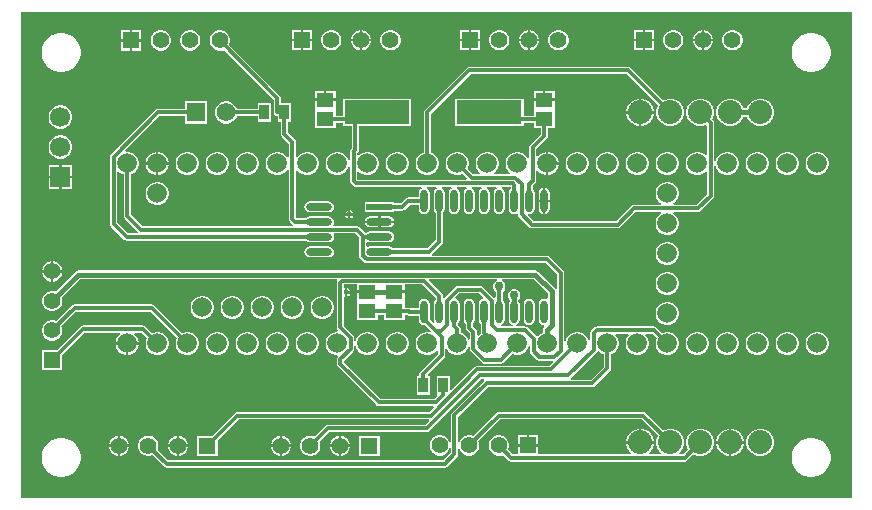
<source format=gbl>
G04*
G04 #@! TF.GenerationSoftware,Altium Limited,Altium Designer,22.10.1 (41)*
G04*
G04 Layer_Physical_Order=2*
G04 Layer_Color=16711680*
%FSLAX44Y44*%
%MOMM*%
G71*
G04*
G04 #@! TF.SameCoordinates,F6035E9F-F1FD-4C6C-B8EA-126E05AD2449*
G04*
G04*
G04 #@! TF.FilePolarity,Positive*
G04*
G01*
G75*
%ADD13R,0.8065X1.3082*%
%ADD18R,1.4000X1.4000*%
%ADD19C,1.4000*%
%ADD20R,1.4000X1.4000*%
%ADD25C,1.5700*%
%ADD26R,1.5700X1.5700*%
%ADD30C,0.3810*%
%ADD31C,0.3048*%
%ADD32C,0.4064*%
%ADD33C,1.6650*%
%ADD34C,1.7000*%
%ADD35R,1.7000X1.7000*%
%ADD36C,2.0320*%
%ADD37C,0.4064*%
%ADD38C,0.7620*%
%ADD39R,1.4500X1.2500*%
%ADD40R,5.5000X2.0000*%
G04:AMPARAMS|DCode=41|XSize=2.2044mm|YSize=0.608mm|CornerRadius=0.304mm|HoleSize=0mm|Usage=FLASHONLY|Rotation=180.000|XOffset=0mm|YOffset=0mm|HoleType=Round|Shape=RoundedRectangle|*
%AMROUNDEDRECTD41*
21,1,2.2044,0.0000,0,0,180.0*
21,1,1.5965,0.6080,0,0,180.0*
1,1,0.6080,-0.7982,0.0000*
1,1,0.6080,0.7982,0.0000*
1,1,0.6080,0.7982,0.0000*
1,1,0.6080,-0.7982,0.0000*
%
%ADD41ROUNDEDRECTD41*%
%ADD42R,2.2044X0.6080*%
G04:AMPARAMS|DCode=43|XSize=1.9mm|YSize=0.6mm|CornerRadius=0.3mm|HoleSize=0mm|Usage=FLASHONLY|Rotation=270.000|XOffset=0mm|YOffset=0mm|HoleType=Round|Shape=RoundedRectangle|*
%AMROUNDEDRECTD43*
21,1,1.9000,0.0000,0,0,270.0*
21,1,1.3000,0.6000,0,0,270.0*
1,1,0.6000,0.0000,-0.6500*
1,1,0.6000,0.0000,0.6500*
1,1,0.6000,0.0000,0.6500*
1,1,0.6000,0.0000,-0.6500*
%
%ADD43ROUNDEDRECTD43*%
G36*
X707316Y3884D02*
X3884D01*
Y415215D01*
X707316D01*
Y3884D01*
D02*
G37*
%LPC*%
G36*
X539984Y399854D02*
X532476D01*
Y392346D01*
X539984D01*
Y399854D01*
D02*
G37*
G36*
X435263D02*
X435156D01*
Y392346D01*
X442664D01*
Y392452D01*
X442083Y394620D01*
X440961Y396564D01*
X439374Y398151D01*
X437430Y399273D01*
X435263Y399854D01*
D02*
G37*
G36*
X392664D02*
X385156D01*
Y392346D01*
X392664D01*
Y399854D01*
D02*
G37*
G36*
X250424D02*
X242916D01*
Y392346D01*
X250424D01*
Y399854D01*
D02*
G37*
G36*
X582582D02*
X582476D01*
Y392346D01*
X589984D01*
Y392452D01*
X589403Y394620D01*
X588281Y396564D01*
X586694Y398151D01*
X584750Y399273D01*
X582582Y399854D01*
D02*
G37*
G36*
X293023D02*
X292916D01*
Y392346D01*
X300424D01*
Y392452D01*
X299843Y394620D01*
X298721Y396564D01*
X297134Y398151D01*
X295191Y399273D01*
X293023Y399854D01*
D02*
G37*
G36*
X530444D02*
X522936D01*
Y392346D01*
X530444D01*
Y399854D01*
D02*
G37*
G36*
X433124D02*
X433018D01*
X430850Y399273D01*
X428907Y398151D01*
X427319Y396564D01*
X426197Y394620D01*
X425616Y392452D01*
Y392346D01*
X433124D01*
Y399854D01*
D02*
G37*
G36*
X240884D02*
X233376D01*
Y392346D01*
X240884D01*
Y399854D01*
D02*
G37*
G36*
X580444D02*
X580338D01*
X578170Y399273D01*
X576226Y398151D01*
X574639Y396564D01*
X573517Y394620D01*
X572936Y392452D01*
Y392346D01*
X580444D01*
Y399854D01*
D02*
G37*
G36*
X383124D02*
X375616D01*
Y392346D01*
X383124D01*
Y399854D01*
D02*
G37*
G36*
X290884D02*
X290778D01*
X288610Y399273D01*
X286667Y398151D01*
X285079Y396564D01*
X283957Y394620D01*
X283376Y392452D01*
Y392346D01*
X290884D01*
Y399854D01*
D02*
G37*
G36*
X105844Y399684D02*
X98336D01*
Y392176D01*
X105844D01*
Y399684D01*
D02*
G37*
G36*
X96304D02*
X88796D01*
Y392176D01*
X96304D01*
Y399684D01*
D02*
G37*
G36*
X607582Y399854D02*
X605338D01*
X603170Y399273D01*
X601226Y398151D01*
X599639Y396564D01*
X598517Y394620D01*
X597936Y392452D01*
Y390208D01*
X598517Y388040D01*
X599639Y386096D01*
X601226Y384509D01*
X603170Y383387D01*
X605338Y382806D01*
X607582D01*
X609750Y383387D01*
X611694Y384509D01*
X613281Y386096D01*
X614403Y388040D01*
X614984Y390208D01*
Y392452D01*
X614403Y394620D01*
X613281Y396564D01*
X611694Y398151D01*
X609750Y399273D01*
X607582Y399854D01*
D02*
G37*
G36*
X589984Y390314D02*
X582476D01*
Y382806D01*
X582582D01*
X584750Y383387D01*
X586694Y384509D01*
X588281Y386096D01*
X589403Y388040D01*
X589984Y390208D01*
Y390314D01*
D02*
G37*
G36*
X580444D02*
X572936D01*
Y390208D01*
X573517Y388040D01*
X574639Y386096D01*
X576226Y384509D01*
X578170Y383387D01*
X580338Y382806D01*
X580444D01*
Y390314D01*
D02*
G37*
G36*
X557582Y399854D02*
X555338D01*
X553170Y399273D01*
X551226Y398151D01*
X549639Y396564D01*
X548517Y394620D01*
X547936Y392452D01*
Y390208D01*
X548517Y388040D01*
X549639Y386096D01*
X551226Y384509D01*
X553170Y383387D01*
X555338Y382806D01*
X557582D01*
X559750Y383387D01*
X561694Y384509D01*
X563281Y386096D01*
X564403Y388040D01*
X564984Y390208D01*
Y392452D01*
X564403Y394620D01*
X563281Y396564D01*
X561694Y398151D01*
X559750Y399273D01*
X557582Y399854D01*
D02*
G37*
G36*
X539984Y390314D02*
X532476D01*
Y382806D01*
X539984D01*
Y390314D01*
D02*
G37*
G36*
X530444D02*
X522936D01*
Y382806D01*
X530444D01*
Y390314D01*
D02*
G37*
G36*
X460262Y399854D02*
X458018D01*
X455850Y399273D01*
X453906Y398151D01*
X452319Y396564D01*
X451197Y394620D01*
X450616Y392452D01*
Y390208D01*
X451197Y388040D01*
X452319Y386096D01*
X453906Y384509D01*
X455850Y383387D01*
X458018Y382806D01*
X460262D01*
X462430Y383387D01*
X464374Y384509D01*
X465961Y386096D01*
X467083Y388040D01*
X467664Y390208D01*
Y392452D01*
X467083Y394620D01*
X465961Y396564D01*
X464374Y398151D01*
X462430Y399273D01*
X460262Y399854D01*
D02*
G37*
G36*
X442664Y390314D02*
X435156D01*
Y382806D01*
X435263D01*
X437430Y383387D01*
X439374Y384509D01*
X440961Y386096D01*
X442083Y388040D01*
X442664Y390208D01*
Y390314D01*
D02*
G37*
G36*
X433124D02*
X425616D01*
Y390208D01*
X426197Y388040D01*
X427319Y386096D01*
X428907Y384509D01*
X430850Y383387D01*
X433018Y382806D01*
X433124D01*
Y390314D01*
D02*
G37*
G36*
X410262Y399854D02*
X408018D01*
X405850Y399273D01*
X403906Y398151D01*
X402319Y396564D01*
X401197Y394620D01*
X400616Y392452D01*
Y390208D01*
X401197Y388040D01*
X402319Y386096D01*
X403906Y384509D01*
X405850Y383387D01*
X408018Y382806D01*
X410262D01*
X412430Y383387D01*
X414374Y384509D01*
X415961Y386096D01*
X417083Y388040D01*
X417664Y390208D01*
Y392452D01*
X417083Y394620D01*
X415961Y396564D01*
X414374Y398151D01*
X412430Y399273D01*
X410262Y399854D01*
D02*
G37*
G36*
X392664Y390314D02*
X385156D01*
Y382806D01*
X392664D01*
Y390314D01*
D02*
G37*
G36*
X383124D02*
X375616D01*
Y382806D01*
X383124D01*
Y390314D01*
D02*
G37*
G36*
X318022Y399854D02*
X315778D01*
X313610Y399273D01*
X311666Y398151D01*
X310079Y396564D01*
X308957Y394620D01*
X308376Y392452D01*
Y390208D01*
X308957Y388040D01*
X310079Y386096D01*
X311666Y384509D01*
X313610Y383387D01*
X315778Y382806D01*
X318022D01*
X320190Y383387D01*
X322134Y384509D01*
X323721Y386096D01*
X324843Y388040D01*
X325424Y390208D01*
Y392452D01*
X324843Y394620D01*
X323721Y396564D01*
X322134Y398151D01*
X320190Y399273D01*
X318022Y399854D01*
D02*
G37*
G36*
X300424Y390314D02*
X292916D01*
Y382806D01*
X293023D01*
X295191Y383387D01*
X297134Y384509D01*
X298721Y386096D01*
X299843Y388040D01*
X300424Y390208D01*
Y390314D01*
D02*
G37*
G36*
X290884D02*
X283376D01*
Y390208D01*
X283957Y388040D01*
X285079Y386096D01*
X286667Y384509D01*
X288610Y383387D01*
X290778Y382806D01*
X290884D01*
Y390314D01*
D02*
G37*
G36*
X268022Y399854D02*
X265778D01*
X263610Y399273D01*
X261666Y398151D01*
X260079Y396564D01*
X258957Y394620D01*
X258376Y392452D01*
Y390208D01*
X258957Y388040D01*
X260079Y386096D01*
X261666Y384509D01*
X263610Y383387D01*
X265778Y382806D01*
X268022D01*
X270190Y383387D01*
X272134Y384509D01*
X273721Y386096D01*
X274843Y388040D01*
X275424Y390208D01*
Y392452D01*
X274843Y394620D01*
X273721Y396564D01*
X272134Y398151D01*
X270190Y399273D01*
X268022Y399854D01*
D02*
G37*
G36*
X250424Y390314D02*
X242916D01*
Y382806D01*
X250424D01*
Y390314D01*
D02*
G37*
G36*
X240884D02*
X233376D01*
Y382806D01*
X240884D01*
Y390314D01*
D02*
G37*
G36*
X148442Y399684D02*
X146198D01*
X144030Y399103D01*
X142086Y397981D01*
X140499Y396394D01*
X139377Y394450D01*
X138796Y392282D01*
Y390038D01*
X139377Y387870D01*
X140499Y385926D01*
X142086Y384339D01*
X144030Y383217D01*
X146198Y382636D01*
X148442D01*
X150610Y383217D01*
X152554Y384339D01*
X154141Y385926D01*
X155263Y387870D01*
X155844Y390038D01*
Y392282D01*
X155263Y394450D01*
X154141Y396394D01*
X152554Y397981D01*
X150610Y399103D01*
X148442Y399684D01*
D02*
G37*
G36*
X123442D02*
X121198D01*
X119030Y399103D01*
X117086Y397981D01*
X115499Y396394D01*
X114377Y394450D01*
X113796Y392282D01*
Y390038D01*
X114377Y387870D01*
X115499Y385926D01*
X117086Y384339D01*
X119030Y383217D01*
X121198Y382636D01*
X123442D01*
X125610Y383217D01*
X127554Y384339D01*
X129141Y385926D01*
X130263Y387870D01*
X130844Y390038D01*
Y392282D01*
X130263Y394450D01*
X129141Y396394D01*
X127554Y397981D01*
X125610Y399103D01*
X123442Y399684D01*
D02*
G37*
G36*
X105844Y390144D02*
X98336D01*
Y382636D01*
X105844D01*
Y390144D01*
D02*
G37*
G36*
X96304D02*
X88796D01*
Y382636D01*
X96304D01*
Y390144D01*
D02*
G37*
G36*
X674727Y397524D02*
X671472D01*
X668280Y396889D01*
X665273Y395643D01*
X662567Y393835D01*
X660265Y391533D01*
X658457Y388827D01*
X657211Y385820D01*
X656576Y382627D01*
Y379372D01*
X657211Y376180D01*
X658457Y373173D01*
X660265Y370467D01*
X662567Y368165D01*
X665273Y366357D01*
X668280Y365111D01*
X671472Y364476D01*
X674727D01*
X677920Y365111D01*
X680927Y366357D01*
X683633Y368165D01*
X685935Y370467D01*
X687743Y373173D01*
X688989Y376180D01*
X689624Y379372D01*
Y382627D01*
X688989Y385820D01*
X687743Y388827D01*
X685935Y391533D01*
X683633Y393835D01*
X680927Y395643D01*
X677920Y396889D01*
X674727Y397524D01*
D02*
G37*
G36*
X39727D02*
X36472D01*
X33280Y396889D01*
X30273Y395643D01*
X27567Y393835D01*
X25265Y391533D01*
X23457Y388827D01*
X22211Y385820D01*
X21576Y382627D01*
Y379372D01*
X22211Y376180D01*
X23457Y373173D01*
X25265Y370467D01*
X27567Y368165D01*
X30273Y366357D01*
X33280Y365111D01*
X36472Y364476D01*
X39727D01*
X42920Y365111D01*
X45927Y366357D01*
X48633Y368165D01*
X50935Y370467D01*
X52743Y373173D01*
X53989Y376180D01*
X54624Y379372D01*
Y382627D01*
X53989Y385820D01*
X52743Y388827D01*
X50935Y391533D01*
X48633Y393835D01*
X45927Y395643D01*
X42920Y396889D01*
X39727Y397524D01*
D02*
G37*
G36*
X455814Y348764D02*
X448056D01*
Y342006D01*
X455814D01*
Y348764D01*
D02*
G37*
G36*
X446024D02*
X438266D01*
Y342006D01*
X446024D01*
Y348764D01*
D02*
G37*
G36*
X270394D02*
X262636D01*
Y342006D01*
X270394D01*
Y348764D01*
D02*
G37*
G36*
X260604D02*
X252846D01*
Y342006D01*
X260604D01*
Y348764D01*
D02*
G37*
G36*
X631458Y341884D02*
X628382D01*
X625410Y341088D01*
X622746Y339549D01*
X620570Y337374D01*
X619032Y334710D01*
X618795Y333826D01*
X615645D01*
X615408Y334710D01*
X613870Y337374D01*
X611694Y339549D01*
X609030Y341088D01*
X606058Y341884D01*
X602982D01*
X600010Y341088D01*
X597346Y339549D01*
X595171Y337374D01*
X593632Y334710D01*
X592836Y331738D01*
Y328662D01*
X593632Y325690D01*
X595171Y323026D01*
X597346Y320850D01*
X600010Y319312D01*
X602982Y318516D01*
X606058D01*
X609030Y319312D01*
X611694Y320850D01*
X613870Y323026D01*
X615408Y325690D01*
X615645Y326574D01*
X618795D01*
X619032Y325690D01*
X620570Y323026D01*
X622746Y320850D01*
X625410Y319312D01*
X628382Y318516D01*
X631458D01*
X634430Y319312D01*
X637094Y320850D01*
X639269Y323026D01*
X640808Y325690D01*
X641604Y328662D01*
Y331738D01*
X640808Y334710D01*
X639269Y337374D01*
X637094Y339549D01*
X634430Y341088D01*
X631458Y341884D01*
D02*
G37*
G36*
X529858D02*
X529336D01*
Y331216D01*
X540004D01*
Y331738D01*
X539208Y334710D01*
X537669Y337374D01*
X535494Y339549D01*
X532830Y341088D01*
X529858Y341884D01*
D02*
G37*
G36*
X527304D02*
X526782D01*
X523810Y341088D01*
X521146Y339549D01*
X518970Y337374D01*
X517432Y334710D01*
X516636Y331738D01*
Y331216D01*
X527304D01*
Y341884D01*
D02*
G37*
G36*
X179034Y339574D02*
X176566D01*
X174182Y338935D01*
X172044Y337701D01*
X170299Y335956D01*
X169065Y333818D01*
X168426Y331434D01*
Y328966D01*
X169065Y326582D01*
X170299Y324444D01*
X172044Y322699D01*
X174182Y321465D01*
X176566Y320826D01*
X179034D01*
X181418Y321465D01*
X183556Y322699D01*
X185301Y324444D01*
X186535Y326582D01*
X186672Y327092D01*
X204375D01*
Y322135D01*
X215488D01*
Y338265D01*
X204375D01*
Y333308D01*
X186672D01*
X186535Y333818D01*
X185301Y335956D01*
X183556Y337701D01*
X181418Y338935D01*
X179034Y339574D01*
D02*
G37*
G36*
X173442Y399684D02*
X171197D01*
X169030Y399103D01*
X167086Y397981D01*
X165499Y396394D01*
X164377Y394450D01*
X163796Y392282D01*
Y390038D01*
X164377Y387870D01*
X165499Y385926D01*
X167086Y384339D01*
X169030Y383217D01*
X171197Y382636D01*
X173442D01*
X175610Y383217D01*
X175773Y383311D01*
X218126Y340958D01*
Y330200D01*
X218363Y329011D01*
X219037Y328003D01*
X220045Y327329D01*
X221234Y327092D01*
X221392D01*
Y322135D01*
X223841D01*
Y311912D01*
X224077Y310723D01*
X224751Y309715D01*
X230572Y303893D01*
Y292644D01*
X229302Y292303D01*
X228861Y293067D01*
X227027Y294901D01*
X224782Y296198D01*
X222277Y296869D01*
X219683D01*
X217178Y296198D01*
X214933Y294901D01*
X213099Y293067D01*
X211802Y290822D01*
X211131Y288317D01*
Y285723D01*
X211802Y283218D01*
X213099Y280973D01*
X214933Y279139D01*
X217178Y277842D01*
X219683Y277171D01*
X222277D01*
X224782Y277842D01*
X227027Y279139D01*
X228861Y280973D01*
X229302Y281737D01*
X230572Y281396D01*
Y240030D01*
X230809Y238841D01*
X231483Y237833D01*
X234023Y235292D01*
X234066Y235264D01*
X233680Y233994D01*
X106951D01*
X97088Y243857D01*
Y277656D01*
X97782Y277842D01*
X100027Y279139D01*
X101861Y280973D01*
X103158Y283218D01*
X103829Y285723D01*
Y288317D01*
X103158Y290822D01*
X101861Y293067D01*
X100027Y294901D01*
X97782Y296198D01*
X95277Y296869D01*
X93002D01*
X92329Y297992D01*
X121429Y327092D01*
X143026D01*
Y320826D01*
X161774D01*
Y339574D01*
X143026D01*
Y333308D01*
X120142D01*
X118953Y333071D01*
X117944Y332397D01*
X80352Y294806D01*
X79679Y293797D01*
X79442Y292608D01*
Y235712D01*
X79679Y234523D01*
X80352Y233514D01*
X91274Y222593D01*
X92283Y221919D01*
X93472Y221682D01*
X245037D01*
X245159Y221500D01*
X246668Y220491D01*
X248449Y220137D01*
X264414D01*
X266194Y220491D01*
X267704Y221500D01*
X268713Y223009D01*
X269067Y224790D01*
X268725Y226508D01*
X268713Y226732D01*
X269366Y227778D01*
X287003D01*
X290262Y224519D01*
Y209042D01*
X290499Y207853D01*
X291173Y206845D01*
X294475Y203542D01*
X295483Y202869D01*
X296672Y202632D01*
X448293D01*
X457902Y193023D01*
Y181130D01*
X456632Y180744D01*
X456208Y181380D01*
X442215Y195372D01*
X441039Y196158D01*
X439652Y196434D01*
X439651Y196434D01*
X52709D01*
X52709Y196434D01*
X51321Y196158D01*
X50145Y195372D01*
X50145Y195372D01*
X33396Y178623D01*
X31602Y179104D01*
X29358D01*
X27190Y178523D01*
X25246Y177401D01*
X23659Y175814D01*
X22537Y173870D01*
X21956Y171702D01*
Y169458D01*
X22537Y167290D01*
X23659Y165346D01*
X25246Y163759D01*
X27190Y162637D01*
X29358Y162056D01*
X31602D01*
X33770Y162637D01*
X35714Y163759D01*
X37301Y165346D01*
X38423Y167290D01*
X39004Y169458D01*
Y171702D01*
X38523Y173496D01*
X54210Y189183D01*
X271571D01*
X271970Y187913D01*
X271449Y187132D01*
X271212Y185943D01*
Y148164D01*
X271449Y146975D01*
X272122Y145966D01*
X272350Y145739D01*
X271824Y144469D01*
X270483D01*
X267978Y143798D01*
X265733Y142501D01*
X263899Y140667D01*
X262602Y138422D01*
X261931Y135917D01*
Y133323D01*
X262602Y130818D01*
X263899Y128573D01*
X265733Y126739D01*
X267978Y125442D01*
X270483Y124771D01*
X271824D01*
X272350Y123501D01*
X272122Y123274D01*
X271449Y122265D01*
X271212Y121076D01*
Y117348D01*
X271449Y116159D01*
X272122Y115150D01*
X304634Y82639D01*
X305643Y81965D01*
X306832Y81728D01*
X353272D01*
X353758Y80555D01*
X349716Y76514D01*
X187276D01*
X186087Y76277D01*
X185079Y75603D01*
X166089Y56614D01*
X153436D01*
Y39566D01*
X170484D01*
Y52219D01*
X188563Y70298D01*
X349232D01*
X349718Y69125D01*
X346439Y65846D01*
X263768D01*
X262579Y65609D01*
X261571Y64935D01*
X252574Y55939D01*
X252410Y56033D01*
X250242Y56614D01*
X247998D01*
X245830Y56033D01*
X243886Y54911D01*
X242299Y53324D01*
X241177Y51380D01*
X240596Y49212D01*
Y46968D01*
X241177Y44800D01*
X242299Y42856D01*
X243886Y41269D01*
X245830Y40147D01*
X247998Y39566D01*
X250242D01*
X252410Y40147D01*
X254354Y41269D01*
X255941Y42856D01*
X257063Y44800D01*
X257644Y46968D01*
Y49212D01*
X257063Y51380D01*
X256969Y51543D01*
X265056Y59630D01*
X347726D01*
X348915Y59867D01*
X349924Y60540D01*
X393971Y104588D01*
X396113D01*
X396474Y103856D01*
X396498Y103318D01*
X396074Y103035D01*
X368896Y75858D01*
X368223Y74849D01*
X367986Y73660D01*
Y50848D01*
X366716Y50681D01*
X366483Y51550D01*
X365361Y53494D01*
X363774Y55081D01*
X361830Y56203D01*
X359663Y56784D01*
X357418D01*
X355250Y56203D01*
X353307Y55081D01*
X351719Y53494D01*
X350597Y51550D01*
X350016Y49382D01*
Y47138D01*
X350597Y44970D01*
X351719Y43026D01*
X353307Y41439D01*
X355250Y40317D01*
X357418Y39736D01*
X359663D01*
X361830Y40317D01*
X363774Y41439D01*
X365361Y43026D01*
X366483Y44970D01*
X366716Y45839D01*
X367986Y45672D01*
Y41927D01*
X361679Y35620D01*
X128825D01*
X119809Y44636D01*
X119903Y44800D01*
X120484Y46968D01*
Y49212D01*
X119903Y51380D01*
X118781Y53324D01*
X117194Y54911D01*
X115250Y56033D01*
X113082Y56614D01*
X110838D01*
X108670Y56033D01*
X106726Y54911D01*
X105139Y53324D01*
X104017Y51380D01*
X103436Y49212D01*
Y46968D01*
X104017Y44800D01*
X105139Y42856D01*
X106726Y41269D01*
X108670Y40147D01*
X110838Y39566D01*
X113082D01*
X115250Y40147D01*
X115414Y40241D01*
X125340Y30315D01*
X126349Y29641D01*
X127538Y29404D01*
X362966D01*
X364155Y29641D01*
X365163Y30315D01*
X373292Y38442D01*
X373965Y39451D01*
X374202Y40640D01*
Y45270D01*
X375472Y45437D01*
X375597Y44970D01*
X376719Y43026D01*
X378306Y41439D01*
X380250Y40317D01*
X382418Y39736D01*
X384662D01*
X386830Y40317D01*
X388774Y41439D01*
X390361Y43026D01*
X391483Y44970D01*
X392064Y47138D01*
Y49382D01*
X391483Y51550D01*
X391389Y51714D01*
X409973Y70298D01*
X529827D01*
X543558Y56567D01*
X542832Y55310D01*
X542036Y52338D01*
Y49262D01*
X542832Y46290D01*
X544370Y43626D01*
X546027Y41970D01*
X545501Y40700D01*
X536539D01*
X536013Y41970D01*
X537669Y43626D01*
X539208Y46290D01*
X540004Y49262D01*
Y49784D01*
X528320D01*
X516636D01*
Y49262D01*
X517432Y46290D01*
X518970Y43626D01*
X520627Y41970D01*
X520101Y40700D01*
X442064D01*
Y47244D01*
X425016D01*
Y40700D01*
X420495D01*
X416389Y44806D01*
X416483Y44970D01*
X417064Y47138D01*
Y49382D01*
X416483Y51550D01*
X415361Y53494D01*
X413774Y55081D01*
X411830Y56203D01*
X409662Y56784D01*
X407418D01*
X405250Y56203D01*
X403306Y55081D01*
X401719Y53494D01*
X400597Y51550D01*
X400016Y49382D01*
Y47138D01*
X400597Y44970D01*
X401719Y43026D01*
X403306Y41439D01*
X405250Y40317D01*
X407418Y39736D01*
X409662D01*
X411830Y40317D01*
X411994Y40411D01*
X417011Y35394D01*
X418019Y34721D01*
X419208Y34484D01*
X565912D01*
X567101Y34721D01*
X568110Y35394D01*
X573353Y40638D01*
X574610Y39912D01*
X577582Y39116D01*
X580658D01*
X583630Y39912D01*
X586294Y41451D01*
X588470Y43626D01*
X590008Y46290D01*
X590804Y49262D01*
Y52338D01*
X590008Y55310D01*
X588470Y57974D01*
X586294Y60149D01*
X583630Y61688D01*
X580658Y62484D01*
X577582D01*
X574610Y61688D01*
X571946Y60149D01*
X569771Y57974D01*
X568232Y55310D01*
X567436Y52338D01*
Y49262D01*
X568232Y46290D01*
X568958Y45033D01*
X564625Y40700D01*
X561939D01*
X561413Y41970D01*
X563069Y43626D01*
X564608Y46290D01*
X565404Y49262D01*
Y52338D01*
X564608Y55310D01*
X563069Y57974D01*
X560894Y60149D01*
X558230Y61688D01*
X555258Y62484D01*
X552182D01*
X549210Y61688D01*
X547953Y60962D01*
X533312Y75603D01*
X532303Y76277D01*
X531114Y76514D01*
X408686D01*
X407497Y76277D01*
X406488Y75603D01*
X386994Y56109D01*
X386830Y56203D01*
X384662Y56784D01*
X382418D01*
X380250Y56203D01*
X378306Y55081D01*
X376719Y53494D01*
X375597Y51550D01*
X375472Y51083D01*
X374202Y51250D01*
Y72373D01*
X399559Y97730D01*
X487680D01*
X488869Y97967D01*
X489878Y98640D01*
X502578Y111341D01*
X503251Y112349D01*
X503488Y113538D01*
Y125256D01*
X504182Y125442D01*
X506427Y126739D01*
X508261Y128573D01*
X509558Y130818D01*
X510229Y133323D01*
Y135917D01*
X509558Y138422D01*
X508261Y140667D01*
X507256Y141672D01*
X507782Y142942D01*
X518378D01*
X518904Y141672D01*
X517899Y140667D01*
X516602Y138422D01*
X515931Y135917D01*
Y133323D01*
X516602Y130818D01*
X517899Y128573D01*
X519733Y126739D01*
X521978Y125442D01*
X524483Y124771D01*
X527077D01*
X529582Y125442D01*
X531827Y126739D01*
X533661Y128573D01*
X534958Y130818D01*
X535629Y133323D01*
Y135917D01*
X534958Y138422D01*
X533661Y140667D01*
X532656Y141672D01*
X533182Y142942D01*
X538463D01*
X542361Y139044D01*
X542002Y138422D01*
X541331Y135917D01*
Y133323D01*
X542002Y130818D01*
X543299Y128573D01*
X545133Y126739D01*
X547378Y125442D01*
X549883Y124771D01*
X552477D01*
X554982Y125442D01*
X557227Y126739D01*
X559061Y128573D01*
X560358Y130818D01*
X561029Y133323D01*
Y135917D01*
X560358Y138422D01*
X559061Y140667D01*
X557227Y142501D01*
X554982Y143798D01*
X552477Y144469D01*
X549883D01*
X547378Y143798D01*
X546756Y143439D01*
X541948Y148247D01*
X540939Y148921D01*
X539750Y149158D01*
X491744D01*
X490555Y148921D01*
X489547Y148247D01*
X486753Y145454D01*
X486079Y144445D01*
X485842Y143256D01*
Y137042D01*
X484572Y136875D01*
X484158Y138422D01*
X482861Y140667D01*
X481027Y142501D01*
X478782Y143798D01*
X476277Y144469D01*
X473683D01*
X471178Y143798D01*
X468933Y142501D01*
X467099Y140667D01*
X465802Y138422D01*
X465388Y136875D01*
X464118Y137042D01*
Y194310D01*
X463881Y195499D01*
X463208Y196507D01*
X451777Y207938D01*
X450769Y208611D01*
X449580Y208848D01*
X352415D01*
X352147Y209240D01*
X351927Y210118D01*
X360337Y218528D01*
X361011Y219537D01*
X361248Y220726D01*
Y245416D01*
X361402Y245519D01*
X362402Y247015D01*
X362753Y248780D01*
Y261780D01*
X362402Y263545D01*
X361402Y265042D01*
X360299Y265779D01*
X360684Y267049D01*
X368296D01*
X368681Y265779D01*
X367578Y265042D01*
X366578Y263545D01*
X366227Y261780D01*
Y248780D01*
X366578Y247015D01*
X367578Y245519D01*
X369075Y244519D01*
X370840Y244168D01*
X372605Y244519D01*
X374102Y245519D01*
X375102Y247015D01*
X375453Y248780D01*
Y261780D01*
X375102Y263545D01*
X374102Y265042D01*
X372999Y265779D01*
X373384Y267049D01*
X380996D01*
X381381Y265779D01*
X380278Y265042D01*
X379278Y263545D01*
X378927Y261780D01*
Y248780D01*
X379278Y247015D01*
X380278Y245519D01*
X381775Y244519D01*
X383540Y244168D01*
X385305Y244519D01*
X386802Y245519D01*
X387802Y247015D01*
X388153Y248780D01*
Y261780D01*
X387802Y263545D01*
X386802Y265042D01*
X385699Y265779D01*
X386084Y267049D01*
X393696D01*
X394081Y265779D01*
X392978Y265042D01*
X391978Y263545D01*
X391627Y261780D01*
Y248780D01*
X391978Y247015D01*
X392978Y245519D01*
X394475Y244519D01*
X396240Y244168D01*
X398005Y244519D01*
X399502Y245519D01*
X400502Y247015D01*
X400853Y248780D01*
Y261780D01*
X400502Y263545D01*
X399502Y265042D01*
X398399Y265779D01*
X398784Y267049D01*
X406396D01*
X406781Y265779D01*
X405678Y265042D01*
X404678Y263545D01*
X404327Y261780D01*
Y248780D01*
X404678Y247015D01*
X405678Y245519D01*
X407175Y244519D01*
X408940Y244168D01*
X410705Y244519D01*
X412202Y245519D01*
X413201Y247015D01*
X413553Y248780D01*
Y261780D01*
X413201Y263545D01*
X412202Y265042D01*
X411099Y265779D01*
X411484Y267049D01*
X418532D01*
Y265145D01*
X418378Y265042D01*
X417379Y263545D01*
X417027Y261780D01*
Y248780D01*
X417379Y247015D01*
X418378Y245519D01*
X419875Y244519D01*
X421640Y244168D01*
X423405Y244519D01*
X423762Y244757D01*
X424882Y244159D01*
Y243840D01*
X425119Y242651D01*
X425793Y241642D01*
X434428Y233006D01*
X435437Y232333D01*
X436626Y232096D01*
X509270D01*
X510459Y232333D01*
X511468Y233006D01*
X524273Y245812D01*
X545556D01*
X545897Y244542D01*
X545133Y244101D01*
X543299Y242267D01*
X542002Y240022D01*
X541331Y237517D01*
Y234923D01*
X542002Y232418D01*
X543299Y230173D01*
X545133Y228339D01*
X547378Y227042D01*
X549883Y226371D01*
X552477D01*
X554982Y227042D01*
X557227Y228339D01*
X559061Y230173D01*
X560358Y232418D01*
X561029Y234923D01*
Y237517D01*
X560358Y240022D01*
X559061Y242267D01*
X557227Y244101D01*
X556463Y244542D01*
X556804Y245812D01*
X577088D01*
X578277Y246049D01*
X579286Y246723D01*
X590207Y257645D01*
X590881Y258653D01*
X591118Y259842D01*
Y284598D01*
X592388Y284765D01*
X592802Y283218D01*
X594099Y280973D01*
X595933Y279139D01*
X598178Y277842D01*
X600683Y277171D01*
X603277D01*
X605782Y277842D01*
X608027Y279139D01*
X609861Y280973D01*
X611158Y283218D01*
X611829Y285723D01*
Y288317D01*
X611158Y290822D01*
X609861Y293067D01*
X608027Y294901D01*
X605782Y296198D01*
X603277Y296869D01*
X600683D01*
X598178Y296198D01*
X595933Y294901D01*
X594099Y293067D01*
X592802Y290822D01*
X592388Y289275D01*
X591118Y289442D01*
Y321310D01*
X590881Y322499D01*
X590207Y323507D01*
X589282Y324433D01*
X590008Y325690D01*
X590804Y328662D01*
Y331738D01*
X590008Y334710D01*
X588470Y337374D01*
X586294Y339549D01*
X583630Y341088D01*
X580658Y341884D01*
X577582D01*
X574610Y341088D01*
X571946Y339549D01*
X569771Y337374D01*
X568232Y334710D01*
X567436Y331738D01*
Y328662D01*
X568232Y325690D01*
X569771Y323026D01*
X571946Y320850D01*
X574610Y319312D01*
X577582Y318516D01*
X580658D01*
X583630Y319312D01*
X583632Y319314D01*
X584902Y318580D01*
Y294422D01*
X583632Y293896D01*
X582627Y294901D01*
X580382Y296198D01*
X577877Y296869D01*
X575283D01*
X572778Y296198D01*
X570533Y294901D01*
X568699Y293067D01*
X567402Y290822D01*
X566731Y288317D01*
Y285723D01*
X567402Y283218D01*
X568699Y280973D01*
X570533Y279139D01*
X572778Y277842D01*
X575283Y277171D01*
X577877D01*
X580382Y277842D01*
X582627Y279139D01*
X583632Y280144D01*
X584902Y279618D01*
Y261129D01*
X575801Y252028D01*
X556804D01*
X556463Y253298D01*
X557227Y253739D01*
X559061Y255573D01*
X560358Y257818D01*
X561029Y260323D01*
Y262917D01*
X560358Y265422D01*
X559061Y267667D01*
X557227Y269501D01*
X554982Y270798D01*
X552477Y271469D01*
X549883D01*
X547378Y270798D01*
X545133Y269501D01*
X543299Y267667D01*
X542002Y265422D01*
X541331Y262917D01*
Y260323D01*
X542002Y257818D01*
X543299Y255573D01*
X545133Y253739D01*
X545897Y253298D01*
X545556Y252028D01*
X522986D01*
X521797Y251791D01*
X520788Y251117D01*
X507983Y238312D01*
X437913D01*
X433107Y243118D01*
X433733Y244288D01*
X434340Y244168D01*
X436105Y244519D01*
X437602Y245519D01*
X438601Y247015D01*
X438953Y248780D01*
Y261780D01*
X438601Y263545D01*
X437602Y265042D01*
X437448Y265145D01*
Y268207D01*
X439585Y270345D01*
X440259Y271353D01*
X440496Y272542D01*
Y280650D01*
X441327Y280873D01*
X441766Y280906D01*
X443533Y279139D01*
X445778Y277842D01*
X448283Y277171D01*
X448564D01*
Y287020D01*
Y296869D01*
X448283D01*
X445778Y296198D01*
X443533Y294901D01*
X441766Y293134D01*
X441327Y293167D01*
X440496Y293390D01*
Y299449D01*
X449238Y308190D01*
X449911Y309199D01*
X450148Y310388D01*
Y316716D01*
X455814D01*
Y331946D01*
X455814Y332264D01*
Y333216D01*
X455814Y333534D01*
Y339974D01*
X438266D01*
Y333534D01*
X438266Y333216D01*
Y332264D01*
X438266Y331946D01*
Y327598D01*
X429584D01*
Y341724D01*
X371536D01*
Y318676D01*
X429584D01*
Y321382D01*
X438266D01*
Y316716D01*
X443932D01*
Y311675D01*
X435191Y302934D01*
X434517Y301925D01*
X434280Y300736D01*
Y291764D01*
X433010Y291423D01*
X432061Y293067D01*
X430227Y294901D01*
X427982Y296198D01*
X425477Y296869D01*
X422883D01*
X420378Y296198D01*
X418133Y294901D01*
X416299Y293067D01*
X415002Y290822D01*
X414331Y288317D01*
Y285723D01*
X415002Y283218D01*
X416299Y280973D01*
X418066Y279206D01*
X418033Y278767D01*
X417810Y277936D01*
X405150D01*
X404927Y278767D01*
X404894Y279206D01*
X406661Y280973D01*
X407958Y283218D01*
X408629Y285723D01*
Y288317D01*
X407958Y290822D01*
X406661Y293067D01*
X404827Y294901D01*
X402582Y296198D01*
X400077Y296869D01*
X397483D01*
X394978Y296198D01*
X392733Y294901D01*
X390899Y293067D01*
X389602Y290822D01*
X388931Y288317D01*
Y285723D01*
X389602Y283218D01*
X390899Y280973D01*
X392666Y279206D01*
X392633Y278767D01*
X392410Y277936D01*
X386859D01*
X382199Y282596D01*
X382558Y283218D01*
X383229Y285723D01*
Y288317D01*
X382558Y290822D01*
X381261Y293067D01*
X379427Y294901D01*
X377182Y296198D01*
X374677Y296869D01*
X372083D01*
X369578Y296198D01*
X367333Y294901D01*
X365499Y293067D01*
X364202Y290822D01*
X363531Y288317D01*
Y285723D01*
X364202Y283218D01*
X365499Y280973D01*
X367333Y279139D01*
X369578Y277842D01*
X372083Y277171D01*
X374677D01*
X377182Y277842D01*
X377804Y278201D01*
X381567Y274438D01*
X381082Y273264D01*
X289169D01*
X288858Y273575D01*
Y279618D01*
X290128Y280144D01*
X291133Y279139D01*
X293378Y277842D01*
X295883Y277171D01*
X298477D01*
X300982Y277842D01*
X303227Y279139D01*
X305061Y280973D01*
X306358Y283218D01*
X307029Y285723D01*
Y288317D01*
X306358Y290822D01*
X305061Y293067D01*
X303227Y294901D01*
X300982Y296198D01*
X298477Y296869D01*
X295883D01*
X293378Y296198D01*
X291133Y294901D01*
X290128Y293896D01*
X288858Y294422D01*
Y295893D01*
X289217Y296252D01*
X289891Y297261D01*
X290128Y298450D01*
Y318676D01*
X334584D01*
Y341724D01*
X276536D01*
Y327598D01*
X270394D01*
Y331946D01*
X270394Y332264D01*
Y333216D01*
X270394Y333534D01*
Y339974D01*
X252846D01*
Y333534D01*
X252846Y333216D01*
Y332264D01*
X252846Y331946D01*
Y316716D01*
X270394D01*
Y321382D01*
X276536D01*
Y318676D01*
X283912D01*
Y299737D01*
X283552Y299377D01*
X282879Y298369D01*
X282642Y297180D01*
Y289442D01*
X281372Y289275D01*
X280958Y290822D01*
X279661Y293067D01*
X277827Y294901D01*
X275582Y296198D01*
X273077Y296869D01*
X270483D01*
X267978Y296198D01*
X265733Y294901D01*
X263899Y293067D01*
X262602Y290822D01*
X261931Y288317D01*
Y285723D01*
X262602Y283218D01*
X263899Y280973D01*
X265733Y279139D01*
X267978Y277842D01*
X270483Y277171D01*
X273077D01*
X275582Y277842D01*
X277827Y279139D01*
X279661Y280973D01*
X280958Y283218D01*
X281372Y284765D01*
X282642Y284598D01*
Y272288D01*
X282879Y271099D01*
X283552Y270091D01*
X285684Y267959D01*
X286692Y267285D01*
X287882Y267049D01*
X342896D01*
X343281Y265779D01*
X342178Y265042D01*
X341179Y263545D01*
X340827Y261780D01*
Y258388D01*
X332050D01*
X330861Y258151D01*
X329853Y257478D01*
X325673Y253298D01*
X319995D01*
Y254754D01*
X294903D01*
Y245626D01*
X319995D01*
Y247082D01*
X326960D01*
X328149Y247319D01*
X329157Y247992D01*
X333337Y252172D01*
X340827D01*
Y248780D01*
X341179Y247015D01*
X342178Y245519D01*
X343675Y244519D01*
X345440Y244168D01*
X347205Y244519D01*
X348702Y245519D01*
X349701Y247015D01*
X350053Y248780D01*
Y261780D01*
X349701Y263545D01*
X348702Y265042D01*
X347599Y265779D01*
X347984Y267049D01*
X355596D01*
X355981Y265779D01*
X354878Y265042D01*
X353879Y263545D01*
X353527Y261780D01*
Y248780D01*
X353879Y247015D01*
X354878Y245519D01*
X355032Y245416D01*
Y222013D01*
X348217Y215198D01*
X318843D01*
X318721Y215380D01*
X317212Y216389D01*
X315431Y216743D01*
X299466D01*
X297748Y216401D01*
X297524Y216389D01*
X296478Y217042D01*
Y219838D01*
X297524Y220491D01*
X297748Y220479D01*
X299466Y220137D01*
X315431D01*
X317212Y220491D01*
X318721Y221500D01*
X319730Y223009D01*
X320084Y224790D01*
X319730Y226571D01*
X318721Y228080D01*
X317212Y229089D01*
X315431Y229443D01*
X299466D01*
X297686Y229089D01*
X296176Y228080D01*
X294993Y228578D01*
X290487Y233083D01*
X289479Y233757D01*
X288290Y233994D01*
X269094D01*
X268415Y235264D01*
X268713Y235709D01*
X269067Y237490D01*
X268713Y239271D01*
X267704Y240780D01*
X266194Y241789D01*
X264414Y242143D01*
X248449D01*
X246668Y241789D01*
X245159Y240780D01*
X245037Y240598D01*
X237507D01*
X236788Y241317D01*
Y281396D01*
X238058Y281737D01*
X238499Y280973D01*
X240333Y279139D01*
X242578Y277842D01*
X245083Y277171D01*
X247677D01*
X250182Y277842D01*
X252427Y279139D01*
X254261Y280973D01*
X255558Y283218D01*
X256229Y285723D01*
Y288317D01*
X255558Y290822D01*
X254261Y293067D01*
X252427Y294901D01*
X250182Y296198D01*
X247677Y296869D01*
X245083D01*
X242578Y296198D01*
X240333Y294901D01*
X238499Y293067D01*
X238058Y292303D01*
X236788Y292644D01*
Y305180D01*
X236551Y306370D01*
X235877Y307378D01*
X230056Y313199D01*
Y322135D01*
X232505D01*
Y338265D01*
X224342D01*
Y342246D01*
X224105Y343435D01*
X223431Y344443D01*
X180168Y387706D01*
X180263Y387870D01*
X180844Y390038D01*
Y392282D01*
X180263Y394450D01*
X179141Y396394D01*
X177554Y397981D01*
X175610Y399103D01*
X173442Y399684D01*
D02*
G37*
G36*
X518160Y368868D02*
X383540D01*
X382351Y368631D01*
X381343Y367957D01*
X345783Y332397D01*
X345109Y331389D01*
X344872Y330200D01*
Y296384D01*
X344178Y296198D01*
X341933Y294901D01*
X340099Y293067D01*
X338802Y290822D01*
X338131Y288317D01*
Y285723D01*
X338802Y283218D01*
X340099Y280973D01*
X341933Y279139D01*
X344178Y277842D01*
X346683Y277171D01*
X349277D01*
X351782Y277842D01*
X354027Y279139D01*
X355861Y280973D01*
X357158Y283218D01*
X357829Y285723D01*
Y288317D01*
X357158Y290822D01*
X355861Y293067D01*
X354027Y294901D01*
X351782Y296198D01*
X351088Y296384D01*
Y328913D01*
X384827Y362652D01*
X516873D01*
X543558Y335967D01*
X542832Y334710D01*
X542036Y331738D01*
Y328662D01*
X542832Y325690D01*
X544370Y323026D01*
X546546Y320850D01*
X549210Y319312D01*
X552182Y318516D01*
X555258D01*
X558230Y319312D01*
X560894Y320850D01*
X563069Y323026D01*
X564608Y325690D01*
X565404Y328662D01*
Y331738D01*
X564608Y334710D01*
X563069Y337374D01*
X560894Y339549D01*
X558230Y341088D01*
X555258Y341884D01*
X552182D01*
X549210Y341088D01*
X547953Y340362D01*
X520358Y367957D01*
X519349Y368631D01*
X518160Y368868D01*
D02*
G37*
G36*
X540004Y329184D02*
X529336D01*
Y318516D01*
X529858D01*
X532830Y319312D01*
X535494Y320850D01*
X537669Y323026D01*
X539208Y325690D01*
X540004Y328662D01*
Y329184D01*
D02*
G37*
G36*
X527304D02*
X516636D01*
Y328662D01*
X517432Y325690D01*
X518970Y323026D01*
X521146Y320850D01*
X523810Y319312D01*
X526782Y318516D01*
X527304D01*
Y329184D01*
D02*
G37*
G36*
X38766Y336360D02*
X36126D01*
X33577Y335677D01*
X31291Y334357D01*
X29425Y332491D01*
X28105Y330205D01*
X27422Y327656D01*
Y325017D01*
X28105Y322467D01*
X29425Y320181D01*
X31291Y318315D01*
X33577Y316995D01*
X36126Y316312D01*
X38766D01*
X41315Y316995D01*
X43601Y318315D01*
X45467Y320181D01*
X46787Y322467D01*
X47470Y325017D01*
Y327656D01*
X46787Y330205D01*
X45467Y332491D01*
X43601Y334357D01*
X41315Y335677D01*
X38766Y336360D01*
D02*
G37*
G36*
Y310960D02*
X36126D01*
X33577Y310277D01*
X31291Y308957D01*
X29425Y307091D01*
X28105Y304805D01*
X27422Y302256D01*
Y299617D01*
X28105Y297067D01*
X29425Y294781D01*
X31291Y292915D01*
X33577Y291595D01*
X36126Y290912D01*
X38766D01*
X41315Y291595D01*
X43601Y292915D01*
X45467Y294781D01*
X46787Y297067D01*
X47470Y299617D01*
Y302256D01*
X46787Y304805D01*
X45467Y307091D01*
X43601Y308957D01*
X41315Y310277D01*
X38766Y310960D01*
D02*
G37*
G36*
X450877Y296869D02*
X450596D01*
Y288036D01*
X459429D01*
Y288317D01*
X458758Y290822D01*
X457461Y293067D01*
X455627Y294901D01*
X453382Y296198D01*
X450877Y296869D01*
D02*
G37*
G36*
X120677D02*
X120396D01*
Y288036D01*
X129229D01*
Y288317D01*
X128558Y290822D01*
X127261Y293067D01*
X125427Y294901D01*
X123182Y296198D01*
X120677Y296869D01*
D02*
G37*
G36*
X118364D02*
X118083D01*
X115578Y296198D01*
X113333Y294901D01*
X111499Y293067D01*
X110202Y290822D01*
X109531Y288317D01*
Y288036D01*
X118364D01*
Y296869D01*
D02*
G37*
G36*
X679477D02*
X676883D01*
X674378Y296198D01*
X672133Y294901D01*
X670299Y293067D01*
X669002Y290822D01*
X668331Y288317D01*
Y285723D01*
X669002Y283218D01*
X670299Y280973D01*
X672133Y279139D01*
X674378Y277842D01*
X676883Y277171D01*
X679477D01*
X681982Y277842D01*
X684227Y279139D01*
X686061Y280973D01*
X687358Y283218D01*
X688029Y285723D01*
Y288317D01*
X687358Y290822D01*
X686061Y293067D01*
X684227Y294901D01*
X681982Y296198D01*
X679477Y296869D01*
D02*
G37*
G36*
X654077D02*
X651483D01*
X648978Y296198D01*
X646733Y294901D01*
X644899Y293067D01*
X643602Y290822D01*
X642931Y288317D01*
Y285723D01*
X643602Y283218D01*
X644899Y280973D01*
X646733Y279139D01*
X648978Y277842D01*
X651483Y277171D01*
X654077D01*
X656582Y277842D01*
X658827Y279139D01*
X660661Y280973D01*
X661958Y283218D01*
X662629Y285723D01*
Y288317D01*
X661958Y290822D01*
X660661Y293067D01*
X658827Y294901D01*
X656582Y296198D01*
X654077Y296869D01*
D02*
G37*
G36*
X628677D02*
X626083D01*
X623578Y296198D01*
X621333Y294901D01*
X619499Y293067D01*
X618202Y290822D01*
X617531Y288317D01*
Y285723D01*
X618202Y283218D01*
X619499Y280973D01*
X621333Y279139D01*
X623578Y277842D01*
X626083Y277171D01*
X628677D01*
X631182Y277842D01*
X633427Y279139D01*
X635261Y280973D01*
X636558Y283218D01*
X637229Y285723D01*
Y288317D01*
X636558Y290822D01*
X635261Y293067D01*
X633427Y294901D01*
X631182Y296198D01*
X628677Y296869D01*
D02*
G37*
G36*
X552477D02*
X549883D01*
X547378Y296198D01*
X545133Y294901D01*
X543299Y293067D01*
X542002Y290822D01*
X541331Y288317D01*
Y285723D01*
X542002Y283218D01*
X543299Y280973D01*
X545133Y279139D01*
X547378Y277842D01*
X549883Y277171D01*
X552477D01*
X554982Y277842D01*
X557227Y279139D01*
X559061Y280973D01*
X560358Y283218D01*
X561029Y285723D01*
Y288317D01*
X560358Y290822D01*
X559061Y293067D01*
X557227Y294901D01*
X554982Y296198D01*
X552477Y296869D01*
D02*
G37*
G36*
X527077D02*
X524483D01*
X521978Y296198D01*
X519733Y294901D01*
X517899Y293067D01*
X516602Y290822D01*
X515931Y288317D01*
Y285723D01*
X516602Y283218D01*
X517899Y280973D01*
X519733Y279139D01*
X521978Y277842D01*
X524483Y277171D01*
X527077D01*
X529582Y277842D01*
X531827Y279139D01*
X533661Y280973D01*
X534958Y283218D01*
X535629Y285723D01*
Y288317D01*
X534958Y290822D01*
X533661Y293067D01*
X531827Y294901D01*
X529582Y296198D01*
X527077Y296869D01*
D02*
G37*
G36*
X501677D02*
X499083D01*
X496578Y296198D01*
X494333Y294901D01*
X492499Y293067D01*
X491202Y290822D01*
X490531Y288317D01*
Y285723D01*
X491202Y283218D01*
X492499Y280973D01*
X494333Y279139D01*
X496578Y277842D01*
X499083Y277171D01*
X501677D01*
X504182Y277842D01*
X506427Y279139D01*
X508261Y280973D01*
X509558Y283218D01*
X510229Y285723D01*
Y288317D01*
X509558Y290822D01*
X508261Y293067D01*
X506427Y294901D01*
X504182Y296198D01*
X501677Y296869D01*
D02*
G37*
G36*
X476277D02*
X473683D01*
X471178Y296198D01*
X468933Y294901D01*
X467099Y293067D01*
X465802Y290822D01*
X465131Y288317D01*
Y285723D01*
X465802Y283218D01*
X467099Y280973D01*
X468933Y279139D01*
X471178Y277842D01*
X473683Y277171D01*
X476277D01*
X478782Y277842D01*
X481027Y279139D01*
X482861Y280973D01*
X484158Y283218D01*
X484829Y285723D01*
Y288317D01*
X484158Y290822D01*
X482861Y293067D01*
X481027Y294901D01*
X478782Y296198D01*
X476277Y296869D01*
D02*
G37*
G36*
X459429Y286004D02*
X450596D01*
Y277171D01*
X450877D01*
X453382Y277842D01*
X455627Y279139D01*
X457461Y280973D01*
X458758Y283218D01*
X459429Y285723D01*
Y286004D01*
D02*
G37*
G36*
X323877Y296869D02*
X321283D01*
X318778Y296198D01*
X316533Y294901D01*
X314699Y293067D01*
X313402Y290822D01*
X312731Y288317D01*
Y285723D01*
X313402Y283218D01*
X314699Y280973D01*
X316533Y279139D01*
X318778Y277842D01*
X321283Y277171D01*
X323877D01*
X326382Y277842D01*
X328627Y279139D01*
X330461Y280973D01*
X331758Y283218D01*
X332429Y285723D01*
Y288317D01*
X331758Y290822D01*
X330461Y293067D01*
X328627Y294901D01*
X326382Y296198D01*
X323877Y296869D01*
D02*
G37*
G36*
X196877D02*
X194283D01*
X191778Y296198D01*
X189533Y294901D01*
X187699Y293067D01*
X186402Y290822D01*
X185731Y288317D01*
Y285723D01*
X186402Y283218D01*
X187699Y280973D01*
X189533Y279139D01*
X191778Y277842D01*
X194283Y277171D01*
X196877D01*
X199382Y277842D01*
X201627Y279139D01*
X203461Y280973D01*
X204758Y283218D01*
X205429Y285723D01*
Y288317D01*
X204758Y290822D01*
X203461Y293067D01*
X201627Y294901D01*
X199382Y296198D01*
X196877Y296869D01*
D02*
G37*
G36*
X171477D02*
X168883D01*
X166378Y296198D01*
X164133Y294901D01*
X162299Y293067D01*
X161002Y290822D01*
X160331Y288317D01*
Y285723D01*
X161002Y283218D01*
X162299Y280973D01*
X164133Y279139D01*
X166378Y277842D01*
X168883Y277171D01*
X171477D01*
X173982Y277842D01*
X176227Y279139D01*
X178061Y280973D01*
X179358Y283218D01*
X180029Y285723D01*
Y288317D01*
X179358Y290822D01*
X178061Y293067D01*
X176227Y294901D01*
X173982Y296198D01*
X171477Y296869D01*
D02*
G37*
G36*
X146077D02*
X143483D01*
X140978Y296198D01*
X138733Y294901D01*
X136899Y293067D01*
X135602Y290822D01*
X134931Y288317D01*
Y285723D01*
X135602Y283218D01*
X136899Y280973D01*
X138733Y279139D01*
X140978Y277842D01*
X143483Y277171D01*
X146077D01*
X148582Y277842D01*
X150827Y279139D01*
X152661Y280973D01*
X153958Y283218D01*
X154629Y285723D01*
Y288317D01*
X153958Y290822D01*
X152661Y293067D01*
X150827Y294901D01*
X148582Y296198D01*
X146077Y296869D01*
D02*
G37*
G36*
X129229Y286004D02*
X120396D01*
Y277171D01*
X120677D01*
X123182Y277842D01*
X125427Y279139D01*
X127261Y280973D01*
X128558Y283218D01*
X129229Y285723D01*
Y286004D01*
D02*
G37*
G36*
X118364D02*
X109531D01*
Y285723D01*
X110202Y283218D01*
X111499Y280973D01*
X113333Y279139D01*
X115578Y277842D01*
X118083Y277171D01*
X118364D01*
Y286004D01*
D02*
G37*
G36*
X47470Y285560D02*
X38462D01*
Y276552D01*
X47470D01*
Y285560D01*
D02*
G37*
G36*
X36430D02*
X27422D01*
Y276552D01*
X36430D01*
Y285560D01*
D02*
G37*
G36*
X47470Y274520D02*
X38462D01*
Y265512D01*
X47470D01*
Y274520D01*
D02*
G37*
G36*
X36430D02*
X27422D01*
Y265512D01*
X36430D01*
Y274520D01*
D02*
G37*
G36*
X448056Y266191D02*
Y256296D01*
X451653D01*
Y261780D01*
X451301Y263545D01*
X450302Y265042D01*
X448805Y266042D01*
X448056Y266191D01*
D02*
G37*
G36*
X446024D02*
X445275Y266042D01*
X443778Y265042D01*
X442779Y263545D01*
X442427Y261780D01*
Y256296D01*
X446024D01*
Y266191D01*
D02*
G37*
G36*
X120677Y271469D02*
X118083D01*
X115578Y270798D01*
X113333Y269501D01*
X111499Y267667D01*
X110202Y265422D01*
X109531Y262917D01*
Y260323D01*
X110202Y257818D01*
X111499Y255573D01*
X113333Y253739D01*
X115578Y252442D01*
X118083Y251771D01*
X120677D01*
X123182Y252442D01*
X125427Y253739D01*
X127261Y255573D01*
X128558Y257818D01*
X129229Y260323D01*
Y262917D01*
X128558Y265422D01*
X127261Y267667D01*
X125427Y269501D01*
X123182Y270798D01*
X120677Y271469D01*
D02*
G37*
G36*
X264414Y254843D02*
X248449D01*
X246668Y254489D01*
X245159Y253480D01*
X244150Y251971D01*
X243796Y250190D01*
X244150Y248409D01*
X245159Y246900D01*
X246668Y245891D01*
X248449Y245537D01*
X264414D01*
X266194Y245891D01*
X267704Y246900D01*
X268713Y248409D01*
X269067Y250190D01*
X268713Y251971D01*
X267704Y253480D01*
X266194Y254489D01*
X264414Y254843D01*
D02*
G37*
G36*
X282956Y247268D02*
Y244856D01*
X285368D01*
X284955Y245854D01*
X283954Y246855D01*
X282956Y247268D01*
D02*
G37*
G36*
X280924D02*
X279926Y246855D01*
X278925Y245854D01*
X278512Y244856D01*
X280924D01*
Y247268D01*
D02*
G37*
G36*
X451653Y254264D02*
X448056D01*
Y244370D01*
X448805Y244519D01*
X450302Y245519D01*
X451301Y247015D01*
X451653Y248780D01*
Y254264D01*
D02*
G37*
G36*
X446024D02*
X442427D01*
Y248780D01*
X442779Y247015D01*
X443778Y245519D01*
X445275Y244519D01*
X446024Y244370D01*
Y254264D01*
D02*
G37*
G36*
X285368Y242824D02*
X282956D01*
Y240412D01*
X283954Y240825D01*
X284955Y241826D01*
X285368Y242824D01*
D02*
G37*
G36*
X280924D02*
X278512D01*
X278925Y241826D01*
X279926Y240825D01*
X280924Y240412D01*
Y242824D01*
D02*
G37*
G36*
X315431Y242143D02*
X308465D01*
Y238506D01*
X319882D01*
X319730Y239271D01*
X318721Y240780D01*
X317212Y241789D01*
X315431Y242143D01*
D02*
G37*
G36*
X306433D02*
X299466D01*
X297686Y241789D01*
X296176Y240780D01*
X295167Y239271D01*
X295015Y238506D01*
X306433D01*
Y242143D01*
D02*
G37*
G36*
X319882Y236474D02*
X308465D01*
Y232837D01*
X315431D01*
X317212Y233191D01*
X318721Y234200D01*
X319730Y235709D01*
X319882Y236474D01*
D02*
G37*
G36*
X306433D02*
X295015D01*
X295167Y235709D01*
X296176Y234200D01*
X297686Y233191D01*
X299466Y232837D01*
X306433D01*
Y236474D01*
D02*
G37*
G36*
X264414Y216743D02*
X248449D01*
X246668Y216389D01*
X245159Y215380D01*
X244150Y213871D01*
X243796Y212090D01*
X244150Y210309D01*
X245159Y208800D01*
X246668Y207791D01*
X248449Y207437D01*
X264414D01*
X266194Y207791D01*
X267704Y208800D01*
X268713Y210309D01*
X269067Y212090D01*
X268713Y213871D01*
X267704Y215380D01*
X266194Y216389D01*
X264414Y216743D01*
D02*
G37*
G36*
X552477Y220669D02*
X549883D01*
X547378Y219998D01*
X545133Y218701D01*
X543299Y216867D01*
X542002Y214622D01*
X541331Y212117D01*
Y209523D01*
X542002Y207018D01*
X543299Y204773D01*
X545133Y202939D01*
X547378Y201642D01*
X549883Y200971D01*
X552477D01*
X554982Y201642D01*
X557227Y202939D01*
X559061Y204773D01*
X560358Y207018D01*
X561029Y209523D01*
Y212117D01*
X560358Y214622D01*
X559061Y216867D01*
X557227Y218701D01*
X554982Y219998D01*
X552477Y220669D01*
D02*
G37*
G36*
X31602Y204104D02*
X31496D01*
Y196596D01*
X39004D01*
Y196702D01*
X38423Y198870D01*
X37301Y200814D01*
X35714Y202401D01*
X33770Y203523D01*
X31602Y204104D01*
D02*
G37*
G36*
X29464D02*
X29358D01*
X27190Y203523D01*
X25246Y202401D01*
X23659Y200814D01*
X22537Y198870D01*
X21956Y196702D01*
Y196596D01*
X29464D01*
Y204104D01*
D02*
G37*
G36*
X39004Y194564D02*
X31496D01*
Y187056D01*
X31602D01*
X33770Y187637D01*
X35714Y188759D01*
X37301Y190346D01*
X38423Y192290D01*
X39004Y194458D01*
Y194564D01*
D02*
G37*
G36*
X29464D02*
X21956D01*
Y194458D01*
X22537Y192290D01*
X23659Y190346D01*
X25246Y188759D01*
X27190Y187637D01*
X29358Y187056D01*
X29464D01*
Y194564D01*
D02*
G37*
G36*
X552477Y195269D02*
X549883D01*
X547378Y194598D01*
X545133Y193301D01*
X543299Y191467D01*
X542002Y189222D01*
X541331Y186717D01*
Y184123D01*
X542002Y181618D01*
X543299Y179373D01*
X545133Y177539D01*
X547378Y176242D01*
X549883Y175571D01*
X552477D01*
X554982Y176242D01*
X557227Y177539D01*
X559061Y179373D01*
X560358Y181618D01*
X561029Y184123D01*
Y186717D01*
X560358Y189222D01*
X559061Y191467D01*
X557227Y193301D01*
X554982Y194598D01*
X552477Y195269D01*
D02*
G37*
G36*
X260377Y174969D02*
X257783D01*
X255278Y174298D01*
X253033Y173001D01*
X251199Y171167D01*
X249902Y168921D01*
X249231Y166416D01*
Y163823D01*
X249902Y161318D01*
X251199Y159072D01*
X253033Y157239D01*
X255278Y155942D01*
X257783Y155271D01*
X260377D01*
X262882Y155942D01*
X265127Y157239D01*
X266961Y159072D01*
X268258Y161318D01*
X268929Y163823D01*
Y166416D01*
X268258Y168921D01*
X266961Y171167D01*
X265127Y173001D01*
X262882Y174298D01*
X260377Y174969D01*
D02*
G37*
G36*
X234977D02*
X232383D01*
X229878Y174298D01*
X227633Y173001D01*
X225799Y171167D01*
X224502Y168921D01*
X223831Y166416D01*
Y163823D01*
X224502Y161318D01*
X225799Y159072D01*
X227633Y157239D01*
X229878Y155942D01*
X232383Y155271D01*
X234977D01*
X237482Y155942D01*
X239727Y157239D01*
X241561Y159072D01*
X242858Y161318D01*
X243529Y163823D01*
Y166416D01*
X242858Y168921D01*
X241561Y171167D01*
X239727Y173001D01*
X237482Y174298D01*
X234977Y174969D01*
D02*
G37*
G36*
X209577D02*
X206983D01*
X204478Y174298D01*
X202233Y173001D01*
X200399Y171167D01*
X199102Y168921D01*
X198431Y166416D01*
Y163823D01*
X199102Y161318D01*
X200399Y159072D01*
X202233Y157239D01*
X204478Y155942D01*
X206983Y155271D01*
X209577D01*
X212082Y155942D01*
X214327Y157239D01*
X216161Y159072D01*
X217458Y161318D01*
X218129Y163823D01*
Y166416D01*
X217458Y168921D01*
X216161Y171167D01*
X214327Y173001D01*
X212082Y174298D01*
X209577Y174969D01*
D02*
G37*
G36*
X184177D02*
X181583D01*
X179078Y174298D01*
X176833Y173001D01*
X174999Y171167D01*
X173702Y168921D01*
X173031Y166416D01*
Y163823D01*
X173702Y161318D01*
X174999Y159072D01*
X176833Y157239D01*
X179078Y155942D01*
X181583Y155271D01*
X184177D01*
X186682Y155942D01*
X188927Y157239D01*
X190761Y159072D01*
X192058Y161318D01*
X192729Y163823D01*
Y166416D01*
X192058Y168921D01*
X190761Y171167D01*
X188927Y173001D01*
X186682Y174298D01*
X184177Y174969D01*
D02*
G37*
G36*
X158777D02*
X156183D01*
X153678Y174298D01*
X151433Y173001D01*
X149599Y171167D01*
X148302Y168921D01*
X147631Y166416D01*
Y163823D01*
X148302Y161318D01*
X149599Y159072D01*
X151433Y157239D01*
X153678Y155942D01*
X156183Y155271D01*
X158777D01*
X161282Y155942D01*
X163527Y157239D01*
X165361Y159072D01*
X166658Y161318D01*
X167329Y163823D01*
Y166416D01*
X166658Y168921D01*
X165361Y171167D01*
X163527Y173001D01*
X161282Y174298D01*
X158777Y174969D01*
D02*
G37*
G36*
X552477Y169869D02*
X549883D01*
X547378Y169198D01*
X545133Y167901D01*
X543299Y166067D01*
X542002Y163822D01*
X541331Y161317D01*
Y158723D01*
X542002Y156218D01*
X543299Y153973D01*
X545133Y152139D01*
X547378Y150842D01*
X549883Y150171D01*
X552477D01*
X554982Y150842D01*
X557227Y152139D01*
X559061Y153973D01*
X560358Y156218D01*
X561029Y158723D01*
Y161317D01*
X560358Y163822D01*
X559061Y166067D01*
X557227Y167901D01*
X554982Y169198D01*
X552477Y169869D01*
D02*
G37*
G36*
X679477Y144469D02*
X676883D01*
X674378Y143798D01*
X672133Y142501D01*
X670299Y140667D01*
X669002Y138422D01*
X668331Y135917D01*
Y133323D01*
X669002Y130818D01*
X670299Y128573D01*
X672133Y126739D01*
X674378Y125442D01*
X676883Y124771D01*
X679477D01*
X681982Y125442D01*
X684227Y126739D01*
X686061Y128573D01*
X687358Y130818D01*
X688029Y133323D01*
Y135917D01*
X687358Y138422D01*
X686061Y140667D01*
X684227Y142501D01*
X681982Y143798D01*
X679477Y144469D01*
D02*
G37*
G36*
X654077D02*
X651483D01*
X648978Y143798D01*
X646733Y142501D01*
X644899Y140667D01*
X643602Y138422D01*
X642931Y135917D01*
Y133323D01*
X643602Y130818D01*
X644899Y128573D01*
X646733Y126739D01*
X648978Y125442D01*
X651483Y124771D01*
X654077D01*
X656582Y125442D01*
X658827Y126739D01*
X660661Y128573D01*
X661958Y130818D01*
X662629Y133323D01*
Y135917D01*
X661958Y138422D01*
X660661Y140667D01*
X658827Y142501D01*
X656582Y143798D01*
X654077Y144469D01*
D02*
G37*
G36*
X628677D02*
X626083D01*
X623578Y143798D01*
X621333Y142501D01*
X619499Y140667D01*
X618202Y138422D01*
X617531Y135917D01*
Y133323D01*
X618202Y130818D01*
X619499Y128573D01*
X621333Y126739D01*
X623578Y125442D01*
X626083Y124771D01*
X628677D01*
X631182Y125442D01*
X633427Y126739D01*
X635261Y128573D01*
X636558Y130818D01*
X637229Y133323D01*
Y135917D01*
X636558Y138422D01*
X635261Y140667D01*
X633427Y142501D01*
X631182Y143798D01*
X628677Y144469D01*
D02*
G37*
G36*
X603277D02*
X600683D01*
X598178Y143798D01*
X595933Y142501D01*
X594099Y140667D01*
X592802Y138422D01*
X592131Y135917D01*
Y133323D01*
X592802Y130818D01*
X594099Y128573D01*
X595933Y126739D01*
X598178Y125442D01*
X600683Y124771D01*
X603277D01*
X605782Y125442D01*
X608027Y126739D01*
X609861Y128573D01*
X611158Y130818D01*
X611829Y133323D01*
Y135917D01*
X611158Y138422D01*
X609861Y140667D01*
X608027Y142501D01*
X605782Y143798D01*
X603277Y144469D01*
D02*
G37*
G36*
X577877D02*
X575283D01*
X572778Y143798D01*
X570533Y142501D01*
X568699Y140667D01*
X567402Y138422D01*
X566731Y135917D01*
Y133323D01*
X567402Y130818D01*
X568699Y128573D01*
X570533Y126739D01*
X572778Y125442D01*
X575283Y124771D01*
X577877D01*
X580382Y125442D01*
X582627Y126739D01*
X584461Y128573D01*
X585758Y130818D01*
X586429Y133323D01*
Y135917D01*
X585758Y138422D01*
X584461Y140667D01*
X582627Y142501D01*
X580382Y143798D01*
X577877Y144469D01*
D02*
G37*
G36*
X247677D02*
X245083D01*
X242578Y143798D01*
X240333Y142501D01*
X238499Y140667D01*
X237202Y138422D01*
X236531Y135917D01*
Y133323D01*
X237202Y130818D01*
X238499Y128573D01*
X240333Y126739D01*
X242578Y125442D01*
X245083Y124771D01*
X247677D01*
X250182Y125442D01*
X252427Y126739D01*
X254261Y128573D01*
X255558Y130818D01*
X256229Y133323D01*
Y135917D01*
X255558Y138422D01*
X254261Y140667D01*
X252427Y142501D01*
X250182Y143798D01*
X247677Y144469D01*
D02*
G37*
G36*
X222277D02*
X219683D01*
X217178Y143798D01*
X214933Y142501D01*
X213099Y140667D01*
X211802Y138422D01*
X211131Y135917D01*
Y133323D01*
X211802Y130818D01*
X213099Y128573D01*
X214933Y126739D01*
X217178Y125442D01*
X219683Y124771D01*
X222277D01*
X224782Y125442D01*
X227027Y126739D01*
X228861Y128573D01*
X230158Y130818D01*
X230829Y133323D01*
Y135917D01*
X230158Y138422D01*
X228861Y140667D01*
X227027Y142501D01*
X224782Y143798D01*
X222277Y144469D01*
D02*
G37*
G36*
X196877D02*
X194283D01*
X191778Y143798D01*
X189533Y142501D01*
X187699Y140667D01*
X186402Y138422D01*
X185731Y135917D01*
Y133323D01*
X186402Y130818D01*
X187699Y128573D01*
X189533Y126739D01*
X191778Y125442D01*
X194283Y124771D01*
X196877D01*
X199382Y125442D01*
X201627Y126739D01*
X203461Y128573D01*
X204758Y130818D01*
X205429Y133323D01*
Y135917D01*
X204758Y138422D01*
X203461Y140667D01*
X201627Y142501D01*
X199382Y143798D01*
X196877Y144469D01*
D02*
G37*
G36*
X171477D02*
X168883D01*
X166378Y143798D01*
X164133Y142501D01*
X162299Y140667D01*
X161002Y138422D01*
X160331Y135917D01*
Y133323D01*
X161002Y130818D01*
X162299Y128573D01*
X164133Y126739D01*
X166378Y125442D01*
X168883Y124771D01*
X171477D01*
X173982Y125442D01*
X176227Y126739D01*
X178061Y128573D01*
X179358Y130818D01*
X180029Y133323D01*
Y135917D01*
X179358Y138422D01*
X178061Y140667D01*
X176227Y142501D01*
X173982Y143798D01*
X171477Y144469D01*
D02*
G37*
G36*
X114808Y167700D02*
X49492D01*
X48303Y167463D01*
X47294Y166789D01*
X33934Y153429D01*
X33770Y153523D01*
X31602Y154104D01*
X29358D01*
X27190Y153523D01*
X25246Y152401D01*
X23659Y150814D01*
X22537Y148870D01*
X21956Y146702D01*
Y144458D01*
X22537Y142290D01*
X23659Y140346D01*
X25246Y138759D01*
X27190Y137637D01*
X29358Y137056D01*
X31602D01*
X33770Y137637D01*
X35714Y138759D01*
X37301Y140346D01*
X38423Y142290D01*
X39004Y144458D01*
Y146702D01*
X38423Y148870D01*
X38329Y149034D01*
X50779Y161484D01*
X113521D01*
X135961Y139044D01*
X135602Y138422D01*
X134931Y135917D01*
Y133323D01*
X135602Y130818D01*
X136899Y128573D01*
X138733Y126739D01*
X140978Y125442D01*
X143483Y124771D01*
X146077D01*
X148582Y125442D01*
X150827Y126739D01*
X152661Y128573D01*
X153958Y130818D01*
X154629Y133323D01*
Y135917D01*
X153958Y138422D01*
X152661Y140667D01*
X150827Y142501D01*
X148582Y143798D01*
X146077Y144469D01*
X143483D01*
X140978Y143798D01*
X140356Y143439D01*
X117006Y166789D01*
X115997Y167463D01*
X114808Y167700D01*
D02*
G37*
G36*
X107188Y149920D02*
X56712D01*
X55523Y149683D01*
X54515Y149010D01*
X34609Y129104D01*
X21956D01*
Y112056D01*
X39004D01*
Y124709D01*
X57999Y143704D01*
X87610D01*
X87833Y142873D01*
X87866Y142434D01*
X86099Y140667D01*
X84802Y138422D01*
X84131Y135917D01*
Y135636D01*
X103829D01*
Y135917D01*
X103158Y138422D01*
X101861Y140667D01*
X100094Y142434D01*
X100127Y142873D01*
X100350Y143704D01*
X105901D01*
X110561Y139044D01*
X110202Y138422D01*
X109531Y135917D01*
Y133323D01*
X110202Y130818D01*
X111499Y128573D01*
X113333Y126739D01*
X115578Y125442D01*
X118083Y124771D01*
X120677D01*
X123182Y125442D01*
X125427Y126739D01*
X127261Y128573D01*
X128558Y130818D01*
X129229Y133323D01*
Y135917D01*
X128558Y138422D01*
X127261Y140667D01*
X125427Y142501D01*
X123182Y143798D01*
X120677Y144469D01*
X118083D01*
X115578Y143798D01*
X114956Y143439D01*
X109385Y149010D01*
X108377Y149683D01*
X107188Y149920D01*
D02*
G37*
G36*
X103829Y133604D02*
X94996D01*
Y124771D01*
X95277D01*
X97782Y125442D01*
X100027Y126739D01*
X101861Y128573D01*
X103158Y130818D01*
X103829Y133323D01*
Y133604D01*
D02*
G37*
G36*
X92964D02*
X84131D01*
Y133323D01*
X84802Y130818D01*
X86099Y128573D01*
X87933Y126739D01*
X90178Y125442D01*
X92683Y124771D01*
X92964D01*
Y133604D01*
D02*
G37*
G36*
X606058Y62484D02*
X605536D01*
Y51816D01*
X616204D01*
Y52338D01*
X615408Y55310D01*
X613870Y57974D01*
X611694Y60149D01*
X609030Y61688D01*
X606058Y62484D01*
D02*
G37*
G36*
X529858D02*
X529336D01*
Y51816D01*
X540004D01*
Y52338D01*
X539208Y55310D01*
X537669Y57974D01*
X535494Y60149D01*
X532830Y61688D01*
X529858Y62484D01*
D02*
G37*
G36*
X603504D02*
X602982D01*
X600010Y61688D01*
X597346Y60149D01*
X595171Y57974D01*
X593632Y55310D01*
X592836Y52338D01*
Y51816D01*
X603504D01*
Y62484D01*
D02*
G37*
G36*
X527304D02*
X526782D01*
X523810Y61688D01*
X521146Y60149D01*
X518970Y57974D01*
X517432Y55310D01*
X516636Y52338D01*
Y51816D01*
X527304D01*
Y62484D01*
D02*
G37*
G36*
X442064Y56784D02*
X434556D01*
Y49276D01*
X442064D01*
Y56784D01*
D02*
G37*
G36*
X432524D02*
X425016D01*
Y49276D01*
X432524D01*
Y56784D01*
D02*
G37*
G36*
X275242Y56614D02*
X275136D01*
Y49106D01*
X282644D01*
Y49212D01*
X282063Y51380D01*
X280941Y53324D01*
X279354Y54911D01*
X277410Y56033D01*
X275242Y56614D01*
D02*
G37*
G36*
X273104D02*
X272998D01*
X270830Y56033D01*
X268886Y54911D01*
X267299Y53324D01*
X266177Y51380D01*
X265596Y49212D01*
Y49106D01*
X273104D01*
Y56614D01*
D02*
G37*
G36*
X225242D02*
X225136D01*
Y49106D01*
X232644D01*
Y49212D01*
X232063Y51380D01*
X230941Y53324D01*
X229354Y54911D01*
X227410Y56033D01*
X225242Y56614D01*
D02*
G37*
G36*
X223104D02*
X222998D01*
X220830Y56033D01*
X218886Y54911D01*
X217299Y53324D01*
X216177Y51380D01*
X215596Y49212D01*
Y49106D01*
X223104D01*
Y56614D01*
D02*
G37*
G36*
X138082D02*
X137976D01*
Y49106D01*
X145484D01*
Y49212D01*
X144903Y51380D01*
X143781Y53324D01*
X142194Y54911D01*
X140250Y56033D01*
X138082Y56614D01*
D02*
G37*
G36*
X135944D02*
X135838D01*
X133670Y56033D01*
X131726Y54911D01*
X130139Y53324D01*
X129017Y51380D01*
X128436Y49212D01*
Y49106D01*
X135944D01*
Y56614D01*
D02*
G37*
G36*
X88082D02*
X87976D01*
Y49106D01*
X95484D01*
Y49212D01*
X94903Y51380D01*
X93781Y53324D01*
X92194Y54911D01*
X90250Y56033D01*
X88082Y56614D01*
D02*
G37*
G36*
X85944D02*
X85838D01*
X83670Y56033D01*
X81726Y54911D01*
X80139Y53324D01*
X79017Y51380D01*
X78436Y49212D01*
Y49106D01*
X85944D01*
Y56614D01*
D02*
G37*
G36*
X307644D02*
X290596D01*
Y39566D01*
X307644D01*
Y56614D01*
D02*
G37*
G36*
X282644Y47074D02*
X275136D01*
Y39566D01*
X275242D01*
X277410Y40147D01*
X279354Y41269D01*
X280941Y42856D01*
X282063Y44800D01*
X282644Y46968D01*
Y47074D01*
D02*
G37*
G36*
X273104D02*
X265596D01*
Y46968D01*
X266177Y44800D01*
X267299Y42856D01*
X268886Y41269D01*
X270830Y40147D01*
X272998Y39566D01*
X273104D01*
Y47074D01*
D02*
G37*
G36*
X232644D02*
X225136D01*
Y39566D01*
X225242D01*
X227410Y40147D01*
X229354Y41269D01*
X230941Y42856D01*
X232063Y44800D01*
X232644Y46968D01*
Y47074D01*
D02*
G37*
G36*
X223104D02*
X215596D01*
Y46968D01*
X216177Y44800D01*
X217299Y42856D01*
X218886Y41269D01*
X220830Y40147D01*
X222998Y39566D01*
X223104D01*
Y47074D01*
D02*
G37*
G36*
X145484D02*
X137976D01*
Y39566D01*
X138082D01*
X140250Y40147D01*
X142194Y41269D01*
X143781Y42856D01*
X144903Y44800D01*
X145484Y46968D01*
Y47074D01*
D02*
G37*
G36*
X135944D02*
X128436D01*
Y46968D01*
X129017Y44800D01*
X130139Y42856D01*
X131726Y41269D01*
X133670Y40147D01*
X135838Y39566D01*
X135944D01*
Y47074D01*
D02*
G37*
G36*
X95484D02*
X87976D01*
Y39566D01*
X88082D01*
X90250Y40147D01*
X92194Y41269D01*
X93781Y42856D01*
X94903Y44800D01*
X95484Y46968D01*
Y47074D01*
D02*
G37*
G36*
X85944D02*
X78436D01*
Y46968D01*
X79017Y44800D01*
X80139Y42856D01*
X81726Y41269D01*
X83670Y40147D01*
X85838Y39566D01*
X85944D01*
Y47074D01*
D02*
G37*
G36*
X631458Y62484D02*
X628382D01*
X625410Y61688D01*
X622746Y60149D01*
X620570Y57974D01*
X619032Y55310D01*
X618236Y52338D01*
Y49262D01*
X619032Y46290D01*
X620570Y43626D01*
X622746Y41451D01*
X625410Y39912D01*
X628382Y39116D01*
X631458D01*
X634430Y39912D01*
X637094Y41451D01*
X639269Y43626D01*
X640808Y46290D01*
X641604Y49262D01*
Y52338D01*
X640808Y55310D01*
X639269Y57974D01*
X637094Y60149D01*
X634430Y61688D01*
X631458Y62484D01*
D02*
G37*
G36*
X616204Y49784D02*
X605536D01*
Y39116D01*
X606058D01*
X609030Y39912D01*
X611694Y41451D01*
X613870Y43626D01*
X615408Y46290D01*
X616204Y49262D01*
Y49784D01*
D02*
G37*
G36*
X603504D02*
X592836D01*
Y49262D01*
X593632Y46290D01*
X595171Y43626D01*
X597346Y41451D01*
X600010Y39912D01*
X602982Y39116D01*
X603504D01*
Y49784D01*
D02*
G37*
G36*
X674727Y54624D02*
X671472D01*
X668280Y53989D01*
X665273Y52743D01*
X662567Y50935D01*
X660265Y48633D01*
X658457Y45927D01*
X657211Y42920D01*
X656576Y39727D01*
Y36472D01*
X657211Y33280D01*
X658457Y30273D01*
X660265Y27567D01*
X662567Y25265D01*
X665273Y23457D01*
X668280Y22211D01*
X671472Y21576D01*
X674727D01*
X677920Y22211D01*
X680927Y23457D01*
X683633Y25265D01*
X685935Y27567D01*
X687743Y30273D01*
X688989Y33280D01*
X689624Y36472D01*
Y39727D01*
X688989Y42920D01*
X687743Y45927D01*
X685935Y48633D01*
X683633Y50935D01*
X680927Y52743D01*
X677920Y53989D01*
X674727Y54624D01*
D02*
G37*
G36*
X39727D02*
X36472D01*
X33280Y53989D01*
X30273Y52743D01*
X27567Y50935D01*
X25265Y48633D01*
X23457Y45927D01*
X22211Y42920D01*
X21576Y39727D01*
Y36472D01*
X22211Y33280D01*
X23457Y30273D01*
X25265Y27567D01*
X27567Y25265D01*
X30273Y23457D01*
X33280Y22211D01*
X36472Y21576D01*
X39727D01*
X42920Y22211D01*
X45927Y23457D01*
X48633Y25265D01*
X50935Y27567D01*
X52743Y30273D01*
X53989Y33280D01*
X54624Y36472D01*
Y39727D01*
X53989Y42920D01*
X52743Y45927D01*
X50935Y48633D01*
X48633Y50935D01*
X45927Y52743D01*
X42920Y53989D01*
X39727Y54624D01*
D02*
G37*
%LPD*%
G36*
X87933Y279139D02*
X90178Y277842D01*
X90872Y277656D01*
Y242570D01*
X91109Y241381D01*
X91783Y240373D01*
X102987Y229168D01*
X102461Y227898D01*
X94759D01*
X85658Y236999D01*
Y279618D01*
X86928Y280144D01*
X87933Y279139D01*
D02*
G37*
G36*
X407151Y187913D02*
X405919Y187402D01*
X404418Y185902D01*
X403606Y183941D01*
Y181819D01*
X404418Y179858D01*
X405832Y178444D01*
Y173891D01*
X404562Y173365D01*
X395644Y182283D01*
X394635Y182957D01*
X393446Y183194D01*
X373888D01*
X372699Y182957D01*
X371690Y182283D01*
X362547Y173139D01*
X362518Y173096D01*
X361248Y173482D01*
Y174752D01*
X361011Y175941D01*
X360337Y176950D01*
X349278Y188009D01*
X349764Y189183D01*
X406899D01*
X407151Y187913D01*
D02*
G37*
G36*
X450018Y177314D02*
Y172694D01*
X448973Y172036D01*
X448748Y172053D01*
X447040Y172392D01*
X445275Y172041D01*
X443778Y171041D01*
X442779Y169545D01*
X442427Y167780D01*
Y154780D01*
X442779Y153015D01*
X443778Y151518D01*
X445275Y150518D01*
X446606Y150254D01*
X447139Y148991D01*
X447016Y148868D01*
X446230Y147691D01*
X445954Y146304D01*
X445954Y146304D01*
Y143845D01*
X445778Y143798D01*
X443533Y142501D01*
X441890Y140859D01*
X440998Y140775D01*
X440352Y140875D01*
X440348Y140882D01*
X432981Y148247D01*
X431973Y148921D01*
X430784Y149158D01*
X423075D01*
X422950Y150428D01*
X423405Y150518D01*
X424902Y151518D01*
X425901Y153015D01*
X426253Y154780D01*
Y167780D01*
X425901Y169545D01*
X425136Y170690D01*
Y171213D01*
X426162Y172239D01*
X426974Y174199D01*
Y176321D01*
X426162Y178281D01*
X424661Y179782D01*
X422701Y180594D01*
X420579D01*
X418619Y179782D01*
X417118Y178281D01*
X416306Y176321D01*
Y174199D01*
X417118Y172239D01*
X418144Y171213D01*
Y170690D01*
X417379Y169545D01*
X417027Y167780D01*
Y154780D01*
X417379Y153015D01*
X418378Y151518D01*
X419875Y150518D01*
X420330Y150428D01*
X420205Y149158D01*
X410375D01*
X410250Y150428D01*
X410705Y150518D01*
X412202Y151518D01*
X413201Y153015D01*
X413553Y154780D01*
Y167780D01*
X413201Y169545D01*
X412202Y171041D01*
X412048Y171144D01*
Y178444D01*
X413462Y179858D01*
X414274Y181819D01*
Y183941D01*
X413462Y185902D01*
X411962Y187402D01*
X410728Y187913D01*
X410981Y189183D01*
X438150D01*
X450018Y177314D01*
D02*
G37*
G36*
X355032Y173465D02*
Y171144D01*
X354878Y171041D01*
X353879Y169545D01*
X353527Y167780D01*
Y154780D01*
X353879Y153015D01*
X354016Y152809D01*
X353029Y152000D01*
X350053Y154976D01*
Y167780D01*
X349701Y169545D01*
X348702Y171041D01*
X347205Y172041D01*
X345440Y172392D01*
X343675Y172041D01*
X342178Y171041D01*
X341179Y169545D01*
X340827Y167780D01*
Y164388D01*
X334040D01*
X333421Y164801D01*
X332232Y165038D01*
X328814D01*
Y169704D01*
X328814D01*
Y170656D01*
X328814D01*
Y177414D01*
X320040D01*
Y179446D01*
X328814D01*
Y184621D01*
X343876D01*
X355032Y173465D01*
D02*
G37*
G36*
X288406Y179446D02*
X297180D01*
Y177414D01*
X288406D01*
Y170656D01*
X288406D01*
Y169704D01*
X288406D01*
Y154156D01*
X305954D01*
Y158822D01*
X311266D01*
Y154156D01*
X328814D01*
Y158822D01*
X331074D01*
X331693Y158409D01*
X332882Y158172D01*
X340827D01*
Y154780D01*
X341179Y153015D01*
X342178Y151518D01*
X343675Y150518D01*
X345440Y150167D01*
X345967Y150272D01*
X350887Y145352D01*
X350229Y144214D01*
X349277Y144469D01*
X346683D01*
X344178Y143798D01*
X341933Y142501D01*
X340099Y140667D01*
X338802Y138422D01*
X338131Y135917D01*
Y133323D01*
X338802Y130818D01*
X340099Y128573D01*
X341933Y126739D01*
X344178Y125442D01*
X346683Y124771D01*
X349277D01*
X351782Y125442D01*
X354027Y126739D01*
X355794Y128506D01*
X356233Y128473D01*
X357064Y128250D01*
Y125747D01*
X342354Y111037D01*
X341680Y110029D01*
X341444Y108840D01*
Y107125D01*
X338995D01*
Y90995D01*
X350108D01*
Y107125D01*
X349028D01*
X348502Y108395D01*
X362369Y122262D01*
X363043Y123271D01*
X363280Y124460D01*
Y129876D01*
X364550Y130217D01*
X365499Y128573D01*
X367333Y126739D01*
X369578Y125442D01*
X372083Y124771D01*
X374677D01*
X377182Y125442D01*
X379427Y126739D01*
X381261Y128573D01*
X382558Y130818D01*
X382718Y131417D01*
X383988Y131250D01*
Y130048D01*
X384225Y128859D01*
X384898Y127851D01*
X394296Y118453D01*
X395305Y117779D01*
X396494Y117542D01*
X410210D01*
X411399Y117779D01*
X412407Y118453D01*
X419756Y125801D01*
X420378Y125442D01*
X422883Y124771D01*
X425477D01*
X427982Y125442D01*
X430227Y126739D01*
X432061Y128573D01*
X433358Y130818D01*
X433772Y132365D01*
X435042Y132198D01*
Y128016D01*
X435279Y126827D01*
X435952Y125819D01*
X440779Y120992D01*
X441787Y120319D01*
X442976Y120082D01*
X454251D01*
X454777Y118812D01*
X451801Y115836D01*
X390326D01*
X389137Y115600D01*
X388129Y114926D01*
X368298Y95096D01*
X367125Y95582D01*
Y107125D01*
X356012D01*
Y90995D01*
X356012D01*
X356482Y89859D01*
X354567Y87944D01*
X308119D01*
X277428Y118635D01*
Y119789D01*
X285350Y127712D01*
X286024Y128720D01*
X286261Y129909D01*
Y132411D01*
X287531Y132578D01*
X288002Y130818D01*
X289299Y128573D01*
X291133Y126739D01*
X293378Y125442D01*
X295883Y124771D01*
X298477D01*
X300982Y125442D01*
X303227Y126739D01*
X305061Y128573D01*
X306358Y130818D01*
X307029Y133323D01*
Y135917D01*
X306358Y138422D01*
X305061Y140667D01*
X303227Y142501D01*
X300982Y143798D01*
X298477Y144469D01*
X295883D01*
X293378Y143798D01*
X291133Y142501D01*
X289299Y140667D01*
X288002Y138422D01*
X287531Y136662D01*
X286261Y136829D01*
Y139331D01*
X286024Y140520D01*
X285350Y141528D01*
X277428Y149451D01*
Y173625D01*
X278384Y174264D01*
Y177800D01*
Y181336D01*
X277428Y181975D01*
Y184621D01*
X288406D01*
Y179446D01*
D02*
G37*
G36*
X395581Y173556D02*
X395163Y172178D01*
X394475Y172041D01*
X392978Y171041D01*
X391978Y169545D01*
X391627Y167780D01*
Y154780D01*
X391978Y153015D01*
X392978Y151518D01*
X393132Y151415D01*
Y143764D01*
X393316Y142838D01*
X392733Y142501D01*
X391474Y141242D01*
X390204Y141768D01*
Y144272D01*
X389967Y145461D01*
X389294Y146469D01*
X386648Y149115D01*
Y151415D01*
X386802Y151518D01*
X387802Y153015D01*
X388153Y154780D01*
Y167780D01*
X387802Y169545D01*
X386802Y171041D01*
X385305Y172041D01*
X383540Y172392D01*
X381775Y172041D01*
X380278Y171041D01*
X379278Y169545D01*
X378927Y167780D01*
Y154780D01*
X379278Y153015D01*
X380278Y151518D01*
X380432Y151415D01*
Y147828D01*
X380669Y146639D01*
X381343Y145631D01*
X383988Y142985D01*
Y137990D01*
X382718Y137823D01*
X382558Y138422D01*
X381261Y140667D01*
X379427Y142501D01*
X377182Y143798D01*
X376488Y143984D01*
Y146558D01*
X376251Y147747D01*
X375578Y148756D01*
X374086Y150247D01*
X374102Y151518D01*
X375102Y153015D01*
X375453Y154780D01*
Y167780D01*
X375102Y169545D01*
X374102Y171041D01*
X372605Y172041D01*
X372129Y172136D01*
X371711Y173514D01*
X375175Y176978D01*
X392159D01*
X395581Y173556D01*
D02*
G37*
G36*
X494333Y126739D02*
X496578Y125442D01*
X497272Y125256D01*
Y114825D01*
X486393Y103946D01*
X469773D01*
X469388Y105216D01*
X469812Y105499D01*
X491147Y126834D01*
X491665Y127610D01*
X492658Y127903D01*
X493135Y127937D01*
X494333Y126739D01*
D02*
G37*
%LPC*%
G36*
X434340Y172392D02*
X432575Y172041D01*
X431078Y171041D01*
X430079Y169545D01*
X429727Y167780D01*
Y154780D01*
X430079Y153015D01*
X431078Y151518D01*
X432575Y150518D01*
X434340Y150167D01*
X436105Y150518D01*
X437602Y151518D01*
X438601Y153015D01*
X438953Y154780D01*
Y167780D01*
X438601Y169545D01*
X437602Y171041D01*
X436105Y172041D01*
X434340Y172392D01*
D02*
G37*
G36*
X280416Y181228D02*
Y178816D01*
X282828D01*
X282415Y179814D01*
X281414Y180815D01*
X280416Y181228D01*
D02*
G37*
G36*
X282828Y176784D02*
X280416D01*
Y174372D01*
X281414Y174785D01*
X282415Y175786D01*
X282828Y176784D01*
D02*
G37*
G36*
X323877Y144469D02*
X321283D01*
X318778Y143798D01*
X316533Y142501D01*
X314699Y140667D01*
X313402Y138422D01*
X312731Y135917D01*
Y133323D01*
X313402Y130818D01*
X314699Y128573D01*
X316533Y126739D01*
X318778Y125442D01*
X321283Y124771D01*
X323877D01*
X326382Y125442D01*
X328627Y126739D01*
X330461Y128573D01*
X331758Y130818D01*
X332429Y133323D01*
Y135917D01*
X331758Y138422D01*
X330461Y140667D01*
X328627Y142501D01*
X326382Y143798D01*
X323877Y144469D01*
D02*
G37*
%LPD*%
D13*
X344552Y99060D02*
D03*
X361568D02*
D03*
X209932Y330200D02*
D03*
X226949D02*
D03*
D18*
X299120Y48090D02*
D03*
X161960D02*
D03*
X97320Y391160D02*
D03*
X241900Y391330D02*
D03*
X433540Y48260D02*
D03*
X531460Y391330D02*
D03*
X384140D02*
D03*
D19*
X274120Y48090D02*
D03*
X249120D02*
D03*
X224120D02*
D03*
X136960D02*
D03*
X111960D02*
D03*
X86960D02*
D03*
X30480Y145580D02*
D03*
Y170580D02*
D03*
Y195580D02*
D03*
X122320Y391160D02*
D03*
X147320D02*
D03*
X172320D02*
D03*
X266900Y391330D02*
D03*
X291900D02*
D03*
X316900D02*
D03*
X408540Y48260D02*
D03*
X383540D02*
D03*
X358540D02*
D03*
X606460Y391330D02*
D03*
X581460D02*
D03*
X556460D02*
D03*
X459140D02*
D03*
X434140D02*
D03*
X409140D02*
D03*
D20*
X30480Y120580D02*
D03*
D25*
X177800Y330200D02*
D03*
D26*
X152400D02*
D03*
D30*
X297180Y178430D02*
X320040D01*
X421640Y161280D02*
Y175260D01*
D31*
X274320Y185943D02*
X276105Y187728D01*
X274320Y148164D02*
Y185943D01*
Y121076D02*
X283153Y129909D01*
X274320Y117348D02*
Y121076D01*
Y117348D02*
X306832Y84836D01*
X276105Y187728D02*
X345164D01*
X274320Y148164D02*
X283153Y139331D01*
Y129909D02*
Y139331D01*
X408940Y161280D02*
Y182880D01*
X127538Y32512D02*
X362966D01*
X111960Y48090D02*
X127538Y32512D01*
X362966D02*
X371094Y40640D01*
X355346Y145288D02*
X360172Y140462D01*
X345440Y155194D02*
X355346Y145288D01*
X294386Y224790D02*
X307449D01*
X293370D02*
X294386D01*
X287020Y298450D02*
Y330200D01*
X305560D01*
X280670Y324490D02*
X287020Y330200D01*
X261620Y324490D02*
X280670D01*
X107188Y146812D02*
X119380Y134620D01*
X56712Y146812D02*
X107188D01*
X30480Y120580D02*
X56712Y146812D01*
X161960Y48090D02*
X187276Y73406D01*
X351004D01*
X390326Y112729D01*
X453089D01*
X474980Y134620D01*
X293370Y209042D02*
Y224790D01*
Y209042D02*
X296672Y205740D01*
X449580D01*
X461010Y194310D01*
Y128524D02*
Y194310D01*
X455676Y123190D02*
X461010Y128524D01*
X442976Y123190D02*
X455676D01*
X438150Y128016D02*
X442976Y123190D01*
X438150Y128016D02*
Y138684D01*
X430784Y146050D02*
X438150Y138684D01*
X407162Y146050D02*
X430784D01*
X402844Y150368D02*
X407162Y146050D01*
X402844Y150368D02*
Y170688D01*
X393446Y180086D02*
X402844Y170688D01*
X373888Y180086D02*
X393446D01*
X364744Y170942D02*
X373888Y180086D01*
X364744Y150368D02*
Y170942D01*
X359664Y145288D02*
X364744Y150368D01*
X355346Y145288D02*
X359664D01*
X345440Y155194D02*
Y161280D01*
X93472Y224790D02*
X256431D01*
X82550Y235712D02*
X93472Y224790D01*
X82550Y235712D02*
Y292608D01*
X120142Y330200D01*
X152400D01*
X579120D02*
X588010Y321310D01*
Y259842D02*
Y321310D01*
X577088Y248920D02*
X588010Y259842D01*
X522986Y248920D02*
X577088D01*
X509270Y235204D02*
X522986Y248920D01*
X436626Y235204D02*
X509270D01*
X427990Y243840D02*
X436626Y235204D01*
X427990Y243840D02*
Y269494D01*
X422656Y274828D02*
X427990Y269494D01*
X385572Y274828D02*
X422656D01*
X373380Y287020D02*
X385572Y274828D01*
X421640Y255280D02*
Y268732D01*
X420216Y270156D02*
X421640Y268732D01*
X287882Y270156D02*
X420216D01*
X285750Y272288D02*
X287882Y270156D01*
X285750Y272288D02*
Y297180D01*
X287020Y298450D01*
X288290Y230886D02*
X294386Y224790D01*
X105664Y230886D02*
X288290D01*
X93980Y242570D02*
X105664Y230886D01*
X93980Y242570D02*
Y287020D01*
X249120Y48090D02*
X263768Y62738D01*
X347726D01*
X392684Y107696D01*
X467614D01*
X488950Y129032D01*
Y143256D01*
X491744Y146050D01*
X539750D01*
X551180Y134620D01*
X361568Y90550D02*
Y99060D01*
X355854Y84836D02*
X361568Y90550D01*
X306832Y84836D02*
X355854D01*
X345164Y187728D02*
X358140Y174752D01*
Y161280D02*
Y174752D01*
X221234Y330200D02*
X226949D01*
X221234D02*
Y342246D01*
X172320Y391160D02*
X221234Y342246D01*
X358140Y220726D02*
Y255280D01*
X349504Y212090D02*
X358140Y220726D01*
X307449Y212090D02*
X349504D01*
X396240Y143764D02*
Y161280D01*
Y143764D02*
X398780Y141224D01*
Y134620D02*
Y141224D01*
X410210Y120650D02*
X424180Y134620D01*
X396494Y120650D02*
X410210D01*
X387096Y130048D02*
X396494Y120650D01*
X387096Y130048D02*
Y144272D01*
X383540Y147828D02*
X387096Y144272D01*
X383540Y147828D02*
Y161280D01*
X332050Y255280D02*
X345440D01*
X326960Y250190D02*
X332050Y255280D01*
X307449Y250190D02*
X326960D01*
X226949Y311912D02*
Y330200D01*
Y311912D02*
X233680Y305180D01*
Y240030D02*
Y305180D01*
Y240030D02*
X236220Y237490D01*
X256431D01*
X500380Y113538D02*
Y134620D01*
X487680Y100838D02*
X500380Y113538D01*
X398272Y100838D02*
X487680D01*
X371094Y73660D02*
X398272Y100838D01*
X371094Y40640D02*
Y73660D01*
X347980Y287020D02*
Y330200D01*
X383540Y365760D01*
X518160D01*
X553720Y330200D01*
X30480Y145580D02*
X49492Y164592D01*
X114808D01*
X144780Y134620D01*
X408540Y48260D02*
X419208Y37592D01*
X565912D01*
X579120Y50800D01*
X383540Y48260D02*
X408686Y73406D01*
X531114D01*
X553720Y50800D01*
X344552Y99060D02*
Y108840D01*
X360172Y124460D01*
Y140462D01*
X332882Y161280D02*
X345440D01*
X332232Y161930D02*
X332882Y161280D01*
X320040Y161930D02*
X332232D01*
X297180D02*
X320040D01*
X370840Y149098D02*
Y161280D01*
Y149098D02*
X373380Y146558D01*
Y134620D02*
Y146558D01*
X434340Y255280D02*
Y269494D01*
X437388Y272542D01*
Y300736D01*
X447040Y310388D01*
Y324490D01*
X426588D02*
X447040D01*
X420878Y330200D02*
X426588Y324490D01*
X400560Y330200D02*
X420878D01*
X177800D02*
X209932D01*
D32*
X30480Y170580D02*
X52709Y192808D01*
X439652D01*
X453644Y178816D01*
Y150368D02*
Y178816D01*
X449580Y146304D02*
X453644Y150368D01*
X449580Y134620D02*
Y146304D01*
X604520Y330200D02*
X629920D01*
D33*
X93980Y134620D02*
D03*
X119380Y287020D02*
D03*
X449580D02*
D03*
X119380Y261620D02*
D03*
Y134620D02*
D03*
X93980Y287020D02*
D03*
X144780D02*
D03*
X157480Y165120D02*
D03*
X182880D02*
D03*
X208280D02*
D03*
X233680D02*
D03*
X259080D02*
D03*
X551180Y261620D02*
D03*
Y236220D02*
D03*
Y210820D02*
D03*
Y185420D02*
D03*
Y160020D02*
D03*
X449580Y134620D02*
D03*
X474980Y287020D02*
D03*
X500380D02*
D03*
X525780D02*
D03*
X551180D02*
D03*
X576580D02*
D03*
X601980D02*
D03*
X627380D02*
D03*
X652780D02*
D03*
X678180D02*
D03*
Y134620D02*
D03*
X652780D02*
D03*
X627380D02*
D03*
X601980D02*
D03*
X576580D02*
D03*
X551180D02*
D03*
X525780D02*
D03*
X500380D02*
D03*
X474980D02*
D03*
X170180Y287020D02*
D03*
X195580D02*
D03*
X220980D02*
D03*
X246380D02*
D03*
X271780D02*
D03*
X297180D02*
D03*
X322580D02*
D03*
X347980D02*
D03*
X373380D02*
D03*
X398780D02*
D03*
X424180D02*
D03*
Y134620D02*
D03*
X398780D02*
D03*
X373380D02*
D03*
X347980D02*
D03*
X322580D02*
D03*
X297180D02*
D03*
X271780D02*
D03*
X246380D02*
D03*
X220980D02*
D03*
X195580D02*
D03*
X170180D02*
D03*
X144780D02*
D03*
D34*
X37446Y326336D02*
D03*
Y300936D02*
D03*
D35*
Y275536D02*
D03*
D36*
X528320Y50800D02*
D03*
X553720D02*
D03*
X579120D02*
D03*
X604520D02*
D03*
X629920D02*
D03*
X528320Y330200D02*
D03*
X553720D02*
D03*
X579120D02*
D03*
X604520D02*
D03*
X629920D02*
D03*
D37*
X279400Y177800D02*
D03*
X281940Y243840D02*
D03*
D38*
X421640Y175260D02*
D03*
X408940Y182880D02*
D03*
D39*
X297180Y161930D02*
D03*
Y178430D02*
D03*
X320040Y161930D02*
D03*
Y178430D02*
D03*
X447040Y324490D02*
D03*
Y340990D02*
D03*
X261620Y324490D02*
D03*
Y340990D02*
D03*
D40*
X400560Y330200D02*
D03*
X305560D02*
D03*
D41*
X256431Y250190D02*
D03*
Y237490D02*
D03*
Y224790D02*
D03*
Y212090D02*
D03*
X307449D02*
D03*
Y224790D02*
D03*
Y237490D02*
D03*
D42*
Y250190D02*
D03*
D43*
X345440Y161280D02*
D03*
X358140D02*
D03*
X370840D02*
D03*
X383540D02*
D03*
X396240D02*
D03*
X408940D02*
D03*
X421640D02*
D03*
X434340D02*
D03*
X447040D02*
D03*
Y255280D02*
D03*
X434340D02*
D03*
X421640D02*
D03*
X408940D02*
D03*
X396240D02*
D03*
X383540D02*
D03*
X370840D02*
D03*
X358140D02*
D03*
X345440D02*
D03*
M02*

</source>
